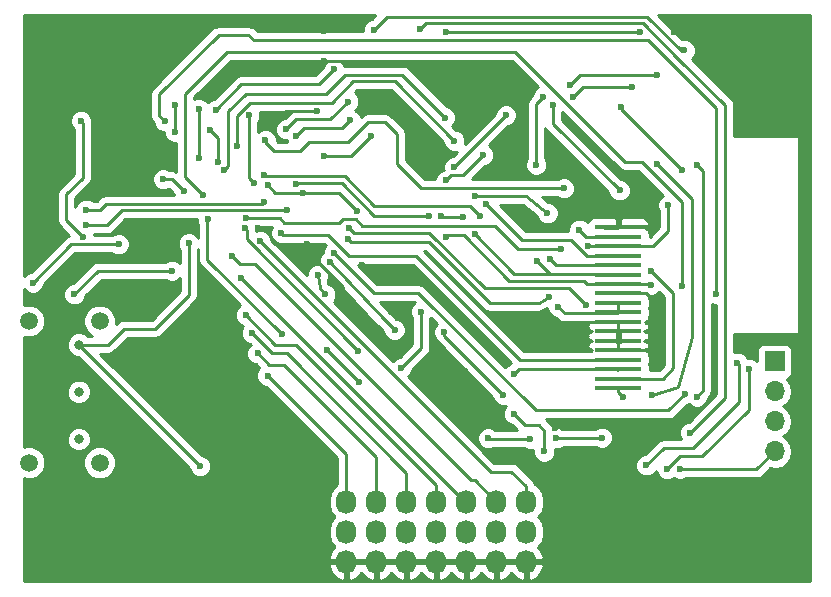
<source format=gbr>
G04 #@! TF.FileFunction,Copper,L2,Bot,Signal*
%FSLAX46Y46*%
G04 Gerber Fmt 4.6, Leading zero omitted, Abs format (unit mm)*
G04 Created by KiCad (PCBNEW 4.0.2-stable) date 9/8/2017 3:08:38 PM*
%MOMM*%
G01*
G04 APERTURE LIST*
%ADD10C,0.100000*%
%ADD11R,4.000000X0.400000*%
%ADD12O,1.727200X2.032000*%
%ADD13C,1.500000*%
%ADD14C,0.800000*%
%ADD15R,1.700000X1.700000*%
%ADD16O,1.700000X1.700000*%
%ADD17C,0.600000*%
%ADD18C,0.250000*%
%ADD19C,0.254000*%
G04 APERTURE END LIST*
D10*
D11*
X156150000Y-67775000D03*
X156150000Y-68575000D03*
X156150000Y-69375000D03*
X156150000Y-70175000D03*
X156150000Y-70975000D03*
X156150000Y-71775000D03*
X156150000Y-72575000D03*
X156150000Y-73375000D03*
X156150000Y-74175000D03*
X156150000Y-74975000D03*
X156150000Y-75775000D03*
X156150000Y-76575000D03*
X156150000Y-77375000D03*
X156150000Y-78175000D03*
X156150000Y-78975000D03*
X156150000Y-79775000D03*
X156150000Y-80575000D03*
X156150000Y-81375000D03*
D12*
X133110000Y-96070000D03*
X135650000Y-96070000D03*
X138190000Y-96070000D03*
X140730000Y-96070000D03*
X143270000Y-96070000D03*
X145810000Y-96070000D03*
X148350000Y-96070000D03*
X148350000Y-93530000D03*
X145810000Y-93530000D03*
X143270000Y-93530000D03*
X140730000Y-93530000D03*
X138190000Y-93530000D03*
X135650000Y-93530000D03*
X133110000Y-93530000D03*
X133110000Y-90990000D03*
X135650000Y-90990000D03*
X138190000Y-90990000D03*
X140730000Y-90990000D03*
X143270000Y-90990000D03*
X145810000Y-90990000D03*
X148350000Y-90990000D03*
D13*
X106225000Y-75700000D03*
X106225000Y-87700000D03*
X112225000Y-87700000D03*
X112225000Y-75700000D03*
D14*
X110475000Y-85700000D03*
X110475000Y-81700000D03*
X110475000Y-77700000D03*
D15*
X169375000Y-79125000D03*
D16*
X169375000Y-81665000D03*
X169375000Y-84205000D03*
X169375000Y-86745000D03*
D17*
X131250000Y-53700000D03*
X138775000Y-61125000D03*
X165400000Y-55525000D03*
X154650000Y-90325000D03*
X149000000Y-75275000D03*
X130650000Y-57925000D03*
X126850000Y-59075000D03*
X145575000Y-55125000D03*
X140325000Y-63325000D03*
X144125000Y-56475000D03*
X131250000Y-51175000D03*
X143225000Y-76025000D03*
X138250000Y-77150000D03*
X135350000Y-76500000D03*
X134450000Y-70925000D03*
X138975000Y-71800000D03*
X129825000Y-69175000D03*
X132800000Y-73650000D03*
X125650000Y-67800000D03*
X143175000Y-79975000D03*
X160900000Y-51200000D03*
X157975000Y-51200000D03*
X141575000Y-51275000D03*
X150800000Y-84775000D03*
X116425000Y-58325000D03*
X114925000Y-61375000D03*
X121725000Y-82700000D03*
X126000000Y-88850000D03*
X125825000Y-94400000D03*
X122075000Y-94475000D03*
X109024000Y-71424000D03*
X114612000Y-77520000D03*
X117914000Y-73964000D03*
X120962000Y-75996000D03*
X116000000Y-67800000D03*
X113700000Y-73500000D03*
X145500000Y-86700000D03*
X134025000Y-66400000D03*
X151050000Y-74500000D03*
X152850000Y-67975000D03*
X110650000Y-58750000D03*
X110825000Y-68550000D03*
X147300000Y-83575000D03*
X149875000Y-86750000D03*
X120650000Y-57750000D03*
X120650000Y-61900000D03*
X131450000Y-78125000D03*
X134200000Y-80875000D03*
X137200000Y-76450000D03*
X131700000Y-70675000D03*
X129475000Y-64850000D03*
X126475000Y-64225000D03*
X117600000Y-63700000D03*
X119350000Y-64700000D03*
X120750000Y-88000000D03*
X119775000Y-69125000D03*
X135250000Y-60000000D03*
X131250000Y-61750000D03*
X133450000Y-58700000D03*
X128900000Y-60000000D03*
X113850000Y-69200000D03*
X106600000Y-72450000D03*
X111056000Y-67614000D03*
X128074000Y-66344000D03*
X111100000Y-66275000D03*
X126175000Y-65650000D03*
X131350000Y-73450000D03*
X130725000Y-71775000D03*
X158900000Y-72650000D03*
X141550000Y-68575000D03*
X134125000Y-78225000D03*
X124550000Y-67825000D03*
X157325000Y-55900000D03*
X152325000Y-56750000D03*
X150600000Y-57450000D03*
X156250000Y-64650000D03*
X159400000Y-54875000D03*
X152050000Y-55750000D03*
X149775000Y-56725000D03*
X149200000Y-62475000D03*
X149275000Y-70600000D03*
X143975000Y-68375000D03*
X143000000Y-66900000D03*
X141125000Y-66800000D03*
X139475000Y-74900000D03*
X137775000Y-79675000D03*
X127675000Y-76825000D03*
X121375000Y-67100000D03*
X156350000Y-57625000D03*
X161500000Y-62925000D03*
X160375000Y-65900000D03*
X124650000Y-67025000D03*
X153600000Y-69350000D03*
X151300000Y-69575000D03*
X124900000Y-58300000D03*
X125325000Y-64050000D03*
X153375000Y-74325000D03*
X133325000Y-67800000D03*
X133250000Y-68750000D03*
X150250000Y-73675000D03*
X132050000Y-69950000D03*
X161800000Y-81850000D03*
X162800000Y-82100000D03*
X162850000Y-62525000D03*
X161375000Y-88225000D03*
X159000000Y-81950000D03*
X159400000Y-62450000D03*
X125850000Y-68950000D03*
X123400000Y-70175000D03*
X124175000Y-72025000D03*
X124600000Y-75200000D03*
X125100000Y-76700000D03*
X125600000Y-78450000D03*
X126450000Y-80325000D03*
X146650000Y-58275000D03*
X142275000Y-62675000D03*
X141425000Y-76650000D03*
X146425000Y-81975000D03*
X118350000Y-71450000D03*
X110100000Y-73450000D03*
X139400000Y-50950000D03*
X133275000Y-57125000D03*
X128050000Y-59475000D03*
X162250000Y-85150000D03*
X164400000Y-73425000D03*
X117750000Y-58800000D03*
X121550000Y-59525000D03*
X122225000Y-62275000D03*
X160275000Y-88250000D03*
X167250000Y-79775000D03*
X158525000Y-87925000D03*
X166225000Y-79225000D03*
X161525000Y-72750000D03*
X121025000Y-65025000D03*
X118600000Y-59700000D03*
X118600000Y-57450000D03*
X147300000Y-80200000D03*
X144400000Y-66800000D03*
X126175000Y-63325000D03*
X126275000Y-60400000D03*
X158950000Y-71475000D03*
X151550000Y-64475000D03*
X144975000Y-65825000D03*
X142275000Y-60450000D03*
X123825000Y-60925000D03*
X150400000Y-70475000D03*
X122800000Y-62900000D03*
X141475000Y-58475000D03*
X144050000Y-65125000D03*
X150150000Y-66575000D03*
X127625000Y-68250000D03*
X145125000Y-85625000D03*
X148700000Y-85675000D03*
X150900000Y-85625000D03*
X154750000Y-85575000D03*
X156525000Y-82125000D03*
X128875000Y-64125000D03*
X140125000Y-66775000D03*
X141575000Y-63800000D03*
X144725000Y-61650000D03*
X161750000Y-52800000D03*
X135450000Y-51050000D03*
X132075000Y-54400000D03*
X122075000Y-57825000D03*
D18*
X132825000Y-53700000D02*
X131250000Y-53700000D01*
X165400000Y-55525000D02*
X165375000Y-55525000D01*
X156150000Y-73375000D02*
X158500000Y-73375000D01*
X158500000Y-73375000D02*
X159075000Y-73950000D01*
X156150000Y-75775000D02*
X150850000Y-75775000D01*
X150350000Y-75275000D02*
X149000000Y-75275000D01*
X150850000Y-75775000D02*
X150350000Y-75275000D01*
X156150000Y-77375000D02*
X156150000Y-78175000D01*
X156150000Y-75775000D02*
X156150000Y-76575000D01*
X128000000Y-57925000D02*
X130650000Y-57925000D01*
X126850000Y-59075000D02*
X128000000Y-57925000D01*
X131250000Y-51175000D02*
X131225000Y-51175000D01*
X156150000Y-78175000D02*
X159050000Y-78175000D01*
X156150000Y-67775000D02*
X156150000Y-66675000D01*
X154900000Y-67850000D02*
X156100000Y-67850000D01*
X135425000Y-71800000D02*
X138975000Y-71800000D01*
X134550000Y-70925000D02*
X135425000Y-71800000D01*
X134450000Y-70925000D02*
X134550000Y-70925000D01*
X129825000Y-69175000D02*
X130025000Y-69175000D01*
X132800000Y-72800000D02*
X132800000Y-73650000D01*
X130800000Y-70800000D02*
X132800000Y-72800000D01*
X130800000Y-69950000D02*
X130800000Y-70800000D01*
X130025000Y-69175000D02*
X130800000Y-69950000D01*
X141650000Y-51200000D02*
X157975000Y-51200000D01*
X141575000Y-51275000D02*
X141650000Y-51200000D01*
X116425000Y-59875000D02*
X116425000Y-58325000D01*
X114925000Y-61375000D02*
X116425000Y-59875000D01*
X129475000Y-64850000D02*
X132475000Y-64850000D01*
X132475000Y-64850000D02*
X134025000Y-66400000D01*
X156150000Y-74175000D02*
X156150000Y-74975000D01*
X156150000Y-74975000D02*
X156075000Y-75050000D01*
X156075000Y-75050000D02*
X151600000Y-75050000D01*
X151600000Y-75050000D02*
X151050000Y-74500000D01*
X156150000Y-68575000D02*
X153450000Y-68575000D01*
X153450000Y-68575000D02*
X152850000Y-67975000D01*
X110650000Y-58750000D02*
X110800000Y-58900000D01*
X110800000Y-58900000D02*
X110800000Y-63600000D01*
X110800000Y-63600000D02*
X109425000Y-64975000D01*
X109425000Y-64975000D02*
X109425000Y-67150000D01*
X109425000Y-67150000D02*
X110825000Y-68550000D01*
X147300000Y-83575000D02*
X148250000Y-84525000D01*
X148250000Y-84525000D02*
X149425000Y-84525000D01*
X149425000Y-84525000D02*
X149875000Y-84975000D01*
X149875000Y-84975000D02*
X149875000Y-86750000D01*
X120650000Y-61900000D02*
X120650000Y-57750000D01*
X131450000Y-78125000D02*
X134200000Y-80875000D01*
X136325000Y-75575000D02*
X137200000Y-76450000D01*
X136300000Y-75575000D02*
X136325000Y-75575000D01*
X131700000Y-70675000D02*
X136300000Y-75575000D01*
X127100000Y-64850000D02*
X129475000Y-64850000D01*
X126475000Y-64225000D02*
X127100000Y-64850000D01*
X118350000Y-63700000D02*
X117600000Y-63700000D01*
X119350000Y-64700000D02*
X118350000Y-63700000D01*
X110475000Y-77700000D02*
X110475000Y-77725000D01*
X110475000Y-77725000D02*
X120750000Y-88000000D01*
X112950000Y-77700000D02*
X110475000Y-77700000D01*
X114300000Y-76350000D02*
X112950000Y-77700000D01*
X116950000Y-76350000D02*
X114300000Y-76350000D01*
X119800000Y-73500000D02*
X116950000Y-76350000D01*
X119800000Y-69150000D02*
X119800000Y-73500000D01*
X119775000Y-69125000D02*
X119800000Y-69150000D01*
X133500000Y-61750000D02*
X131250000Y-61750000D01*
X133500000Y-61750000D02*
X135250000Y-60000000D01*
X132775000Y-59375000D02*
X133450000Y-58700000D01*
X129525000Y-59375000D02*
X132775000Y-59375000D01*
X128900000Y-60000000D02*
X129525000Y-59375000D01*
X109850000Y-69200000D02*
X113850000Y-69200000D01*
X106600000Y-72450000D02*
X109850000Y-69200000D01*
X112834000Y-67614000D02*
X111056000Y-67614000D01*
X114104000Y-66344000D02*
X112834000Y-67614000D01*
X128074000Y-66344000D02*
X114104000Y-66344000D01*
X112300000Y-66275000D02*
X111100000Y-66275000D01*
X112750000Y-65825000D02*
X112300000Y-66275000D01*
X126000000Y-65825000D02*
X112750000Y-65825000D01*
X126175000Y-65650000D02*
X126000000Y-65825000D01*
X131350000Y-73450000D02*
X130850000Y-72950000D01*
X130850000Y-72950000D02*
X130725000Y-71775000D01*
X156150000Y-72575000D02*
X158825000Y-72575000D01*
X158825000Y-72575000D02*
X158900000Y-72650000D01*
X153525000Y-72575000D02*
X156150000Y-72575000D01*
X153275000Y-72325000D02*
X153525000Y-72575000D01*
X146925000Y-72325000D02*
X153275000Y-72325000D01*
X143050000Y-68450000D02*
X146925000Y-72325000D01*
X141675000Y-68450000D02*
X143050000Y-68450000D01*
X141550000Y-68575000D02*
X141675000Y-68450000D01*
X124700000Y-68800000D02*
X134125000Y-78225000D01*
X124700000Y-67975000D02*
X124700000Y-68800000D01*
X124550000Y-67825000D02*
X124700000Y-67975000D01*
X153175000Y-55900000D02*
X157325000Y-55900000D01*
X152325000Y-56750000D02*
X153175000Y-55900000D01*
X150600000Y-59000000D02*
X150600000Y-57450000D01*
X156250000Y-64650000D02*
X150600000Y-59000000D01*
X152925000Y-54875000D02*
X159400000Y-54875000D01*
X152050000Y-55750000D02*
X152925000Y-54875000D01*
X149175000Y-57325000D02*
X149775000Y-56725000D01*
X149175000Y-62450000D02*
X149175000Y-57325000D01*
X149200000Y-62475000D02*
X149175000Y-62450000D01*
X150375000Y-71700000D02*
X149275000Y-70600000D01*
X151000000Y-71700000D02*
X150375000Y-71700000D01*
X147300000Y-71700000D02*
X149775000Y-71700000D01*
X149775000Y-71700000D02*
X150650000Y-71700000D01*
X150650000Y-71700000D02*
X150725000Y-71700000D01*
X150725000Y-71700000D02*
X151000000Y-71700000D01*
X143975000Y-68375000D02*
X147300000Y-71700000D01*
X141225000Y-66900000D02*
X143000000Y-66900000D01*
X141125000Y-66800000D02*
X141225000Y-66900000D01*
X139475000Y-77975000D02*
X139475000Y-74900000D01*
X137775000Y-79675000D02*
X139475000Y-77975000D01*
X121350000Y-70500000D02*
X127675000Y-76825000D01*
X121350000Y-67125000D02*
X121350000Y-70500000D01*
X121375000Y-67100000D02*
X121350000Y-67125000D01*
X151000000Y-71700000D02*
X156075000Y-71700000D01*
X156075000Y-71700000D02*
X156150000Y-71775000D01*
X156350000Y-57775000D02*
X156350000Y-57625000D01*
X161500000Y-62925000D02*
X156350000Y-57775000D01*
X160375000Y-68050000D02*
X160375000Y-65900000D01*
X159050000Y-69375000D02*
X160375000Y-68050000D01*
X156150000Y-69375000D02*
X159050000Y-69375000D01*
X141675000Y-67650000D02*
X145750000Y-67650000D01*
X124650000Y-67025000D02*
X127500000Y-67025000D01*
X127500000Y-67025000D02*
X127850000Y-67375000D01*
X127850000Y-67375000D02*
X132525000Y-67375000D01*
X132525000Y-67375000D02*
X132825000Y-67075000D01*
X132825000Y-67075000D02*
X133900000Y-67075000D01*
X133900000Y-67075000D02*
X134475000Y-67650000D01*
X134475000Y-67650000D02*
X141675000Y-67650000D01*
X153625000Y-69375000D02*
X156150000Y-69375000D01*
X153600000Y-69350000D02*
X153625000Y-69375000D01*
X147675000Y-69575000D02*
X151300000Y-69575000D01*
X145750000Y-67650000D02*
X147675000Y-69575000D01*
X124900000Y-63625000D02*
X124900000Y-58300000D01*
X125325000Y-64050000D02*
X124900000Y-63625000D01*
X153375000Y-74325000D02*
X151950000Y-72900000D01*
X151950000Y-72900000D02*
X144825000Y-72900000D01*
X144825000Y-72900000D02*
X140150000Y-68225000D01*
X140150000Y-68225000D02*
X133750000Y-68225000D01*
X133750000Y-68225000D02*
X133325000Y-67800000D01*
X133500000Y-69000000D02*
X133250000Y-68750000D01*
X140100000Y-69000000D02*
X133500000Y-69000000D01*
X145250000Y-74150000D02*
X140100000Y-69000000D01*
X149400000Y-74150000D02*
X145250000Y-74150000D01*
X150250000Y-73675000D02*
X149400000Y-74150000D01*
X135425000Y-73325000D02*
X132050000Y-69950000D01*
X139225000Y-73325000D02*
X135425000Y-73325000D01*
X149175000Y-83275000D02*
X139225000Y-73325000D01*
X160375000Y-83275000D02*
X149175000Y-83275000D01*
X161800000Y-81850000D02*
X160375000Y-83275000D01*
X163325000Y-81575000D02*
X162800000Y-82100000D01*
X163325000Y-63000000D02*
X163325000Y-81575000D01*
X162850000Y-62525000D02*
X163325000Y-63000000D01*
X167845000Y-88275000D02*
X169375000Y-86745000D01*
X161425000Y-88275000D02*
X167845000Y-88275000D01*
X161375000Y-88225000D02*
X161425000Y-88275000D01*
X161200000Y-81250000D02*
X159000000Y-81950000D01*
X162350000Y-77075000D02*
X161200000Y-81250000D01*
X162350000Y-65400000D02*
X162350000Y-77075000D01*
X159400000Y-62450000D02*
X162350000Y-65400000D01*
X148350000Y-89700000D02*
X148350000Y-90990000D01*
X147100000Y-88450000D02*
X148350000Y-89700000D01*
X145350000Y-88450000D02*
X147100000Y-88450000D01*
X125850000Y-68950000D02*
X145350000Y-88450000D01*
X143995000Y-89175000D02*
X145810000Y-90990000D01*
X143675000Y-89175000D02*
X143995000Y-89175000D01*
X125400000Y-70900000D02*
X143675000Y-89175000D01*
X124125000Y-70900000D02*
X125400000Y-70900000D01*
X123400000Y-70175000D02*
X124125000Y-70900000D01*
X145810000Y-90160000D02*
X145810000Y-90990000D01*
X124175000Y-72025000D02*
X143140000Y-90990000D01*
X143140000Y-90990000D02*
X143270000Y-90990000D01*
X140730000Y-89580000D02*
X140730000Y-90990000D01*
X128850000Y-77700000D02*
X140730000Y-89580000D01*
X127100000Y-77700000D02*
X128850000Y-77700000D01*
X124600000Y-75200000D02*
X127100000Y-77700000D01*
X138190000Y-88540000D02*
X138190000Y-90990000D01*
X128100000Y-78450000D02*
X138190000Y-88540000D01*
X126850000Y-78450000D02*
X128100000Y-78450000D01*
X125100000Y-76700000D02*
X126850000Y-78450000D01*
X135650000Y-87250000D02*
X135650000Y-90990000D01*
X127850000Y-79450000D02*
X135650000Y-87250000D01*
X126600000Y-79450000D02*
X127850000Y-79450000D01*
X125600000Y-78450000D02*
X126600000Y-79450000D01*
X133110000Y-86985000D02*
X133110000Y-90990000D01*
X126450000Y-80325000D02*
X133110000Y-86985000D01*
X146650000Y-58300000D02*
X146650000Y-58275000D01*
X142275000Y-62675000D02*
X146650000Y-58300000D01*
X141425000Y-76975000D02*
X141425000Y-76650000D01*
X146425000Y-81975000D02*
X141425000Y-76975000D01*
X112100000Y-71450000D02*
X118350000Y-71450000D01*
X110100000Y-73450000D02*
X112100000Y-71450000D01*
X158225000Y-50475000D02*
X161237500Y-53487500D01*
X161237500Y-53487500D02*
X165200000Y-57450000D01*
X139875000Y-50475000D02*
X158225000Y-50475000D01*
X139400000Y-50950000D02*
X139875000Y-50475000D01*
X131775000Y-58625000D02*
X133275000Y-57125000D01*
X128900000Y-58625000D02*
X131775000Y-58625000D01*
X128050000Y-59475000D02*
X128900000Y-58625000D01*
X165200000Y-57450000D02*
X165200000Y-82200000D01*
X165200000Y-82200000D02*
X162250000Y-85150000D01*
X164400000Y-57675000D02*
X164400000Y-73425000D01*
X158675000Y-51950000D02*
X164400000Y-57675000D01*
X125300000Y-51950000D02*
X158675000Y-51950000D01*
X124825000Y-51475000D02*
X125300000Y-51950000D01*
X122325000Y-51475000D02*
X124825000Y-51475000D01*
X117275000Y-56525000D02*
X122325000Y-51475000D01*
X117275000Y-58325000D02*
X117275000Y-56525000D01*
X117750000Y-58800000D02*
X117275000Y-58325000D01*
X122275000Y-60250000D02*
X121550000Y-59525000D01*
X122275000Y-62225000D02*
X122275000Y-60250000D01*
X122225000Y-62275000D02*
X122275000Y-62225000D01*
X161350000Y-87175000D02*
X160275000Y-88250000D01*
X163250000Y-87175000D02*
X161350000Y-87175000D01*
X167175000Y-83250000D02*
X163250000Y-87175000D01*
X167175000Y-79850000D02*
X167175000Y-83250000D01*
X167250000Y-79775000D02*
X167175000Y-79850000D01*
X160000000Y-86450000D02*
X158525000Y-87925000D01*
X162450000Y-86450000D02*
X160000000Y-86450000D01*
X166350000Y-82550000D02*
X162450000Y-86450000D01*
X166350000Y-79350000D02*
X166350000Y-82550000D01*
X166225000Y-79225000D02*
X166350000Y-79350000D01*
X161525000Y-65625000D02*
X161525000Y-72750000D01*
X158150000Y-62250000D02*
X161525000Y-65625000D01*
X156750000Y-62250000D02*
X158150000Y-62250000D01*
X147425000Y-52925000D02*
X156750000Y-62250000D01*
X123025000Y-52925000D02*
X147425000Y-52925000D01*
X119500000Y-56450000D02*
X123025000Y-52925000D01*
X119500000Y-63500000D02*
X119500000Y-56450000D01*
X121025000Y-65025000D02*
X119500000Y-63500000D01*
X118600000Y-59700000D02*
X118600000Y-57450000D01*
X147725000Y-79775000D02*
X156150000Y-79775000D01*
X147300000Y-80200000D02*
X147725000Y-79775000D01*
X143550000Y-65950000D02*
X144400000Y-66800000D01*
X135475000Y-65950000D02*
X143550000Y-65950000D01*
X132975000Y-63450000D02*
X135475000Y-65950000D01*
X126300000Y-63450000D02*
X132975000Y-63450000D01*
X126175000Y-63325000D02*
X126300000Y-63450000D01*
X156025000Y-79775000D02*
X156100000Y-79850000D01*
X126250000Y-60425000D02*
X126275000Y-60400000D01*
X126250000Y-60550000D02*
X126250000Y-60425000D01*
X159900000Y-80575000D02*
X160750000Y-79725000D01*
X160750000Y-79725000D02*
X160750000Y-73325000D01*
X160750000Y-73325000D02*
X158950000Y-71475000D01*
X151550000Y-64475000D02*
X151525000Y-64450000D01*
X151525000Y-64450000D02*
X139475000Y-64475000D01*
X139475000Y-64475000D02*
X137400000Y-62400000D01*
X137400000Y-62400000D02*
X137400000Y-59850000D01*
X137400000Y-59850000D02*
X136400000Y-58850000D01*
X136400000Y-58850000D02*
X134950000Y-58850000D01*
X134950000Y-58850000D02*
X133225000Y-60575000D01*
X133225000Y-60575000D02*
X129925000Y-60575000D01*
X129925000Y-60575000D02*
X129200000Y-61300000D01*
X129200000Y-61300000D02*
X127000000Y-61300000D01*
X127000000Y-61300000D02*
X126250000Y-60550000D01*
X156150000Y-80575000D02*
X159900000Y-80575000D01*
X153475000Y-70175000D02*
X156150000Y-70175000D01*
X152175000Y-68875000D02*
X153475000Y-70175000D01*
X148025000Y-68875000D02*
X152175000Y-68875000D01*
X144975000Y-65825000D02*
X148025000Y-68875000D01*
X137250000Y-55425000D02*
X142275000Y-60450000D01*
X133675000Y-55425000D02*
X137250000Y-55425000D01*
X131875000Y-57225000D02*
X133675000Y-55425000D01*
X124975000Y-57225000D02*
X131875000Y-57225000D01*
X123850000Y-58350000D02*
X124975000Y-57225000D01*
X123850000Y-59975000D02*
X123850000Y-58350000D01*
X123825000Y-60925000D02*
X123850000Y-59975000D01*
X156150000Y-70975000D02*
X150900000Y-70975000D01*
X123125000Y-62575000D02*
X122800000Y-62900000D01*
X123125000Y-57925000D02*
X123125000Y-62575000D01*
X124600000Y-56450000D02*
X123125000Y-57925000D01*
X131425000Y-56450000D02*
X124600000Y-56450000D01*
X133025000Y-54850000D02*
X131425000Y-56450000D01*
X137850000Y-54850000D02*
X133025000Y-54850000D01*
X141475000Y-58475000D02*
X137850000Y-54850000D01*
X148350000Y-65125000D02*
X144050000Y-65125000D01*
X150150000Y-66575000D02*
X148350000Y-65125000D01*
X150900000Y-70975000D02*
X150400000Y-70475000D01*
X147850000Y-78975000D02*
X156150000Y-78975000D01*
X139050000Y-70175000D02*
X147850000Y-78975000D01*
X133325000Y-70175000D02*
X139050000Y-70175000D01*
X131575000Y-68425000D02*
X133325000Y-70175000D01*
X127800000Y-68425000D02*
X131575000Y-68425000D01*
X127625000Y-68250000D02*
X127800000Y-68425000D01*
X145125000Y-85625000D02*
X145175000Y-85675000D01*
X145175000Y-85675000D02*
X148700000Y-85675000D01*
X150900000Y-85625000D02*
X150950000Y-85575000D01*
X150950000Y-85575000D02*
X154750000Y-85575000D01*
X156525000Y-82125000D02*
X156150000Y-81750000D01*
X156150000Y-81750000D02*
X156150000Y-81375000D01*
X128875000Y-64125000D02*
X128950000Y-64050000D01*
X128950000Y-64050000D02*
X132725000Y-64050000D01*
X132725000Y-64050000D02*
X135450000Y-66775000D01*
X135450000Y-66775000D02*
X140125000Y-66775000D01*
X141575000Y-63800000D02*
X142025000Y-63350000D01*
X142025000Y-63350000D02*
X143025000Y-63350000D01*
X143025000Y-63350000D02*
X144725000Y-61650000D01*
X161425000Y-52800000D02*
X161750000Y-52800000D01*
X158600000Y-49975000D02*
X161425000Y-52800000D01*
X136525000Y-49975000D02*
X158600000Y-49975000D01*
X135450000Y-51050000D02*
X136525000Y-49975000D01*
X130800000Y-55675000D02*
X132075000Y-54400000D01*
X124225000Y-55675000D02*
X130800000Y-55675000D01*
X122075000Y-57825000D02*
X124225000Y-55675000D01*
D19*
G36*
X172390000Y-97740000D02*
X105810000Y-97740000D01*
X105810000Y-96431913D01*
X131624816Y-96431913D01*
X131818046Y-96984320D01*
X132207964Y-97420732D01*
X132735209Y-97674709D01*
X132750974Y-97677358D01*
X132983000Y-97556217D01*
X132983000Y-96197000D01*
X133237000Y-96197000D01*
X133237000Y-97556217D01*
X133469026Y-97677358D01*
X133484791Y-97674709D01*
X134012036Y-97420732D01*
X134380000Y-97008892D01*
X134747964Y-97420732D01*
X135275209Y-97674709D01*
X135290974Y-97677358D01*
X135523000Y-97556217D01*
X135523000Y-96197000D01*
X135777000Y-96197000D01*
X135777000Y-97556217D01*
X136009026Y-97677358D01*
X136024791Y-97674709D01*
X136552036Y-97420732D01*
X136920000Y-97008892D01*
X137287964Y-97420732D01*
X137815209Y-97674709D01*
X137830974Y-97677358D01*
X138063000Y-97556217D01*
X138063000Y-96197000D01*
X138317000Y-96197000D01*
X138317000Y-97556217D01*
X138549026Y-97677358D01*
X138564791Y-97674709D01*
X139092036Y-97420732D01*
X139460000Y-97008892D01*
X139827964Y-97420732D01*
X140355209Y-97674709D01*
X140370974Y-97677358D01*
X140603000Y-97556217D01*
X140603000Y-96197000D01*
X140857000Y-96197000D01*
X140857000Y-97556217D01*
X141089026Y-97677358D01*
X141104791Y-97674709D01*
X141632036Y-97420732D01*
X142000000Y-97008892D01*
X142367964Y-97420732D01*
X142895209Y-97674709D01*
X142910974Y-97677358D01*
X143143000Y-97556217D01*
X143143000Y-96197000D01*
X143397000Y-96197000D01*
X143397000Y-97556217D01*
X143629026Y-97677358D01*
X143644791Y-97674709D01*
X144172036Y-97420732D01*
X144540000Y-97008892D01*
X144907964Y-97420732D01*
X145435209Y-97674709D01*
X145450974Y-97677358D01*
X145683000Y-97556217D01*
X145683000Y-96197000D01*
X145937000Y-96197000D01*
X145937000Y-97556217D01*
X146169026Y-97677358D01*
X146184791Y-97674709D01*
X146712036Y-97420732D01*
X147080000Y-97008892D01*
X147447964Y-97420732D01*
X147975209Y-97674709D01*
X147990974Y-97677358D01*
X148223000Y-97556217D01*
X148223000Y-96197000D01*
X148477000Y-96197000D01*
X148477000Y-97556217D01*
X148709026Y-97677358D01*
X148724791Y-97674709D01*
X149252036Y-97420732D01*
X149641954Y-96984320D01*
X149835184Y-96431913D01*
X149690924Y-96197000D01*
X148477000Y-96197000D01*
X148223000Y-96197000D01*
X145937000Y-96197000D01*
X145683000Y-96197000D01*
X143397000Y-96197000D01*
X143143000Y-96197000D01*
X140857000Y-96197000D01*
X140603000Y-96197000D01*
X138317000Y-96197000D01*
X138063000Y-96197000D01*
X135777000Y-96197000D01*
X135523000Y-96197000D01*
X133237000Y-96197000D01*
X132983000Y-96197000D01*
X131769076Y-96197000D01*
X131624816Y-96431913D01*
X105810000Y-96431913D01*
X105810000Y-89027333D01*
X105948298Y-89084759D01*
X106499285Y-89085240D01*
X107008515Y-88874831D01*
X107398461Y-88485564D01*
X107609759Y-87976702D01*
X107609761Y-87974285D01*
X110839760Y-87974285D01*
X111050169Y-88483515D01*
X111439436Y-88873461D01*
X111948298Y-89084759D01*
X112499285Y-89085240D01*
X113008515Y-88874831D01*
X113398461Y-88485564D01*
X113609759Y-87976702D01*
X113610240Y-87425715D01*
X113399831Y-86916485D01*
X113010564Y-86526539D01*
X112501702Y-86315241D01*
X111950715Y-86314760D01*
X111441485Y-86525169D01*
X111051539Y-86914436D01*
X110840241Y-87423298D01*
X110839760Y-87974285D01*
X107609761Y-87974285D01*
X107610240Y-87425715D01*
X107399831Y-86916485D01*
X107010564Y-86526539D01*
X106501702Y-86315241D01*
X105950715Y-86314760D01*
X105810000Y-86372902D01*
X105810000Y-85904971D01*
X109439821Y-85904971D01*
X109597058Y-86285515D01*
X109887954Y-86576919D01*
X110268223Y-86734820D01*
X110679971Y-86735179D01*
X111060515Y-86577942D01*
X111351919Y-86287046D01*
X111509820Y-85906777D01*
X111510179Y-85495029D01*
X111352942Y-85114485D01*
X111062046Y-84823081D01*
X110681777Y-84665180D01*
X110270029Y-84664821D01*
X109889485Y-84822058D01*
X109598081Y-85112954D01*
X109440180Y-85493223D01*
X109439821Y-85904971D01*
X105810000Y-85904971D01*
X105810000Y-81904971D01*
X109439821Y-81904971D01*
X109597058Y-82285515D01*
X109887954Y-82576919D01*
X110268223Y-82734820D01*
X110679971Y-82735179D01*
X111060515Y-82577942D01*
X111351919Y-82287046D01*
X111509820Y-81906777D01*
X111510179Y-81495029D01*
X111352942Y-81114485D01*
X111062046Y-80823081D01*
X110681777Y-80665180D01*
X110270029Y-80664821D01*
X109889485Y-80822058D01*
X109598081Y-81112954D01*
X109440180Y-81493223D01*
X109439821Y-81904971D01*
X105810000Y-81904971D01*
X105810000Y-77027333D01*
X105948298Y-77084759D01*
X106499285Y-77085240D01*
X107008515Y-76874831D01*
X107398461Y-76485564D01*
X107609759Y-75976702D01*
X107610240Y-75425715D01*
X107399831Y-74916485D01*
X107010564Y-74526539D01*
X106501702Y-74315241D01*
X105950715Y-74314760D01*
X105810000Y-74372902D01*
X105810000Y-72982065D01*
X106069673Y-73242192D01*
X106413201Y-73384838D01*
X106785167Y-73385162D01*
X107128943Y-73243117D01*
X107392192Y-72980327D01*
X107534838Y-72636799D01*
X107534879Y-72589923D01*
X110164802Y-69960000D01*
X113287537Y-69960000D01*
X113319673Y-69992192D01*
X113663201Y-70134838D01*
X114035167Y-70135162D01*
X114378943Y-69993117D01*
X114642192Y-69730327D01*
X114784838Y-69386799D01*
X114785162Y-69014833D01*
X114643117Y-68671057D01*
X114380327Y-68407808D01*
X114036799Y-68265162D01*
X113664833Y-68264838D01*
X113321057Y-68406883D01*
X113287882Y-68440000D01*
X111760097Y-68440000D01*
X111760154Y-68374000D01*
X112834000Y-68374000D01*
X113124839Y-68316148D01*
X113371401Y-68151401D01*
X114418802Y-67104000D01*
X120439996Y-67104000D01*
X120439838Y-67285167D01*
X120581883Y-67628943D01*
X120590000Y-67637074D01*
X120590000Y-68649018D01*
X120568117Y-68596057D01*
X120305327Y-68332808D01*
X119961799Y-68190162D01*
X119589833Y-68189838D01*
X119246057Y-68331883D01*
X118982808Y-68594673D01*
X118840162Y-68938201D01*
X118839838Y-69310167D01*
X118981883Y-69653943D01*
X119040000Y-69712162D01*
X119040000Y-70817760D01*
X118880327Y-70657808D01*
X118536799Y-70515162D01*
X118164833Y-70514838D01*
X117821057Y-70656883D01*
X117787882Y-70690000D01*
X112100000Y-70690000D01*
X111809161Y-70747852D01*
X111562599Y-70912599D01*
X109960320Y-72514878D01*
X109914833Y-72514838D01*
X109571057Y-72656883D01*
X109307808Y-72919673D01*
X109165162Y-73263201D01*
X109164838Y-73635167D01*
X109306883Y-73978943D01*
X109569673Y-74242192D01*
X109913201Y-74384838D01*
X110285167Y-74385162D01*
X110628943Y-74243117D01*
X110892192Y-73980327D01*
X111034838Y-73636799D01*
X111034879Y-73589923D01*
X112414802Y-72210000D01*
X117787537Y-72210000D01*
X117819673Y-72242192D01*
X118163201Y-72384838D01*
X118535167Y-72385162D01*
X118878943Y-72243117D01*
X119040000Y-72082341D01*
X119040000Y-73185198D01*
X116635198Y-75590000D01*
X114300000Y-75590000D01*
X114009160Y-75647852D01*
X113762599Y-75812599D01*
X113609769Y-75965429D01*
X113610240Y-75425715D01*
X113399831Y-74916485D01*
X113010564Y-74526539D01*
X112501702Y-74315241D01*
X111950715Y-74314760D01*
X111441485Y-74525169D01*
X111051539Y-74914436D01*
X110840241Y-75423298D01*
X110839760Y-75974285D01*
X111050169Y-76483515D01*
X111439436Y-76873461D01*
X111599680Y-76940000D01*
X111178761Y-76940000D01*
X111062046Y-76823081D01*
X110681777Y-76665180D01*
X110270029Y-76664821D01*
X109889485Y-76822058D01*
X109598081Y-77112954D01*
X109440180Y-77493223D01*
X109439821Y-77904971D01*
X109597058Y-78285515D01*
X109887954Y-78576919D01*
X110268223Y-78734820D01*
X110410142Y-78734944D01*
X119814878Y-88139680D01*
X119814838Y-88185167D01*
X119956883Y-88528943D01*
X120219673Y-88792192D01*
X120563201Y-88934838D01*
X120935167Y-88935162D01*
X121278943Y-88793117D01*
X121542192Y-88530327D01*
X121684838Y-88186799D01*
X121685162Y-87814833D01*
X121543117Y-87471057D01*
X121280327Y-87207808D01*
X120936799Y-87065162D01*
X120889923Y-87065121D01*
X112284802Y-78460000D01*
X112950000Y-78460000D01*
X113240839Y-78402148D01*
X113487401Y-78237401D01*
X114614802Y-77110000D01*
X116950000Y-77110000D01*
X117240839Y-77052148D01*
X117487401Y-76887401D01*
X120337401Y-74037401D01*
X120502148Y-73790839D01*
X120560000Y-73500000D01*
X120560000Y-69662506D01*
X120567192Y-69655327D01*
X120590000Y-69600400D01*
X120590000Y-70500000D01*
X120647852Y-70790839D01*
X120812599Y-71037401D01*
X124149620Y-74374422D01*
X124071057Y-74406883D01*
X123807808Y-74669673D01*
X123665162Y-75013201D01*
X123664838Y-75385167D01*
X123806883Y-75728943D01*
X124069673Y-75992192D01*
X124363414Y-76114164D01*
X124307808Y-76169673D01*
X124165162Y-76513201D01*
X124164838Y-76885167D01*
X124306883Y-77228943D01*
X124569673Y-77492192D01*
X124913201Y-77634838D01*
X124960077Y-77634879D01*
X125026530Y-77701332D01*
X124807808Y-77919673D01*
X124665162Y-78263201D01*
X124664838Y-78635167D01*
X124806883Y-78978943D01*
X125069673Y-79242192D01*
X125413201Y-79384838D01*
X125460077Y-79384879D01*
X125763932Y-79688734D01*
X125657808Y-79794673D01*
X125515162Y-80138201D01*
X125514838Y-80510167D01*
X125656883Y-80853943D01*
X125919673Y-81117192D01*
X126263201Y-81259838D01*
X126310077Y-81259879D01*
X132350000Y-87299802D01*
X132350000Y-89545352D01*
X132050330Y-89745585D01*
X131725474Y-90231766D01*
X131611400Y-90805255D01*
X131611400Y-91174745D01*
X131725474Y-91748234D01*
X132050330Y-92234415D01*
X132088621Y-92260000D01*
X132050330Y-92285585D01*
X131725474Y-92771766D01*
X131611400Y-93345255D01*
X131611400Y-93714745D01*
X131725474Y-94288234D01*
X132050330Y-94774415D01*
X132118184Y-94819754D01*
X131818046Y-95155680D01*
X131624816Y-95708087D01*
X131769076Y-95943000D01*
X132983000Y-95943000D01*
X132983000Y-95923000D01*
X133237000Y-95923000D01*
X133237000Y-95943000D01*
X135523000Y-95943000D01*
X135523000Y-95923000D01*
X135777000Y-95923000D01*
X135777000Y-95943000D01*
X138063000Y-95943000D01*
X138063000Y-95923000D01*
X138317000Y-95923000D01*
X138317000Y-95943000D01*
X140603000Y-95943000D01*
X140603000Y-95923000D01*
X140857000Y-95923000D01*
X140857000Y-95943000D01*
X143143000Y-95943000D01*
X143143000Y-95923000D01*
X143397000Y-95923000D01*
X143397000Y-95943000D01*
X145683000Y-95943000D01*
X145683000Y-95923000D01*
X145937000Y-95923000D01*
X145937000Y-95943000D01*
X148223000Y-95943000D01*
X148223000Y-95923000D01*
X148477000Y-95923000D01*
X148477000Y-95943000D01*
X149690924Y-95943000D01*
X149835184Y-95708087D01*
X149641954Y-95155680D01*
X149341816Y-94819754D01*
X149409670Y-94774415D01*
X149734526Y-94288234D01*
X149848600Y-93714745D01*
X149848600Y-93345255D01*
X149734526Y-92771766D01*
X149409670Y-92285585D01*
X149371379Y-92260000D01*
X149409670Y-92234415D01*
X149734526Y-91748234D01*
X149848600Y-91174745D01*
X149848600Y-90805255D01*
X149734526Y-90231766D01*
X149409670Y-89745585D01*
X149074523Y-89521647D01*
X149052148Y-89409161D01*
X148887401Y-89162599D01*
X147637401Y-87912599D01*
X147390839Y-87747852D01*
X147100000Y-87690000D01*
X145664802Y-87690000D01*
X138373492Y-80398690D01*
X138567192Y-80205327D01*
X138709838Y-79861799D01*
X138709879Y-79814923D01*
X140012401Y-78512401D01*
X140177148Y-78265839D01*
X140235000Y-77975000D01*
X140235000Y-75462463D01*
X140261353Y-75436155D01*
X140788976Y-75963778D01*
X140632808Y-76119673D01*
X140490162Y-76463201D01*
X140489838Y-76835167D01*
X140631883Y-77178943D01*
X140731404Y-77278637D01*
X140887599Y-77512401D01*
X145489878Y-82114680D01*
X145489838Y-82160167D01*
X145631883Y-82503943D01*
X145894673Y-82767192D01*
X146238201Y-82909838D01*
X146610167Y-82910162D01*
X146665427Y-82887329D01*
X146507808Y-83044673D01*
X146365162Y-83388201D01*
X146364838Y-83760167D01*
X146506883Y-84103943D01*
X146769673Y-84367192D01*
X147113201Y-84509838D01*
X147160077Y-84509879D01*
X147565198Y-84915000D01*
X145737376Y-84915000D01*
X145655327Y-84832808D01*
X145311799Y-84690162D01*
X144939833Y-84689838D01*
X144596057Y-84831883D01*
X144332808Y-85094673D01*
X144190162Y-85438201D01*
X144189838Y-85810167D01*
X144331883Y-86153943D01*
X144594673Y-86417192D01*
X144938201Y-86559838D01*
X145310167Y-86560162D01*
X145613083Y-86435000D01*
X148137537Y-86435000D01*
X148169673Y-86467192D01*
X148513201Y-86609838D01*
X148885167Y-86610162D01*
X148940141Y-86587447D01*
X148939838Y-86935167D01*
X149081883Y-87278943D01*
X149344673Y-87542192D01*
X149688201Y-87684838D01*
X150060167Y-87685162D01*
X150403943Y-87543117D01*
X150667192Y-87280327D01*
X150809838Y-86936799D01*
X150810162Y-86564833D01*
X150808132Y-86559921D01*
X151085167Y-86560162D01*
X151428943Y-86418117D01*
X151512205Y-86335000D01*
X154187537Y-86335000D01*
X154219673Y-86367192D01*
X154563201Y-86509838D01*
X154935167Y-86510162D01*
X155278943Y-86368117D01*
X155542192Y-86105327D01*
X155684838Y-85761799D01*
X155685162Y-85389833D01*
X155543117Y-85046057D01*
X155280327Y-84782808D01*
X154936799Y-84640162D01*
X154564833Y-84639838D01*
X154221057Y-84781883D01*
X154187882Y-84815000D01*
X151387441Y-84815000D01*
X151086799Y-84690162D01*
X150714833Y-84689838D01*
X150588648Y-84741976D01*
X150577148Y-84684161D01*
X150412401Y-84437599D01*
X150009802Y-84035000D01*
X160375000Y-84035000D01*
X160665839Y-83977148D01*
X160912401Y-83812401D01*
X161939680Y-82785122D01*
X161985167Y-82785162D01*
X162110949Y-82733190D01*
X162269673Y-82892192D01*
X162613201Y-83034838D01*
X162985167Y-83035162D01*
X163328943Y-82893117D01*
X163592192Y-82630327D01*
X163734838Y-82286799D01*
X163734879Y-82239923D01*
X163862401Y-82112401D01*
X164027148Y-81865839D01*
X164085000Y-81575000D01*
X164085000Y-74306604D01*
X164213201Y-74359838D01*
X164440000Y-74360036D01*
X164440000Y-81885198D01*
X162110320Y-84214878D01*
X162064833Y-84214838D01*
X161721057Y-84356883D01*
X161457808Y-84619673D01*
X161315162Y-84963201D01*
X161314838Y-85335167D01*
X161456883Y-85678943D01*
X161467921Y-85690000D01*
X160000000Y-85690000D01*
X159709161Y-85747852D01*
X159462599Y-85912599D01*
X158385320Y-86989878D01*
X158339833Y-86989838D01*
X157996057Y-87131883D01*
X157732808Y-87394673D01*
X157590162Y-87738201D01*
X157589838Y-88110167D01*
X157731883Y-88453943D01*
X157994673Y-88717192D01*
X158338201Y-88859838D01*
X158710167Y-88860162D01*
X159053943Y-88718117D01*
X159317192Y-88455327D01*
X159339868Y-88400717D01*
X159339838Y-88435167D01*
X159481883Y-88778943D01*
X159744673Y-89042192D01*
X160088201Y-89184838D01*
X160460167Y-89185162D01*
X160803943Y-89043117D01*
X160837306Y-89009812D01*
X160844673Y-89017192D01*
X161188201Y-89159838D01*
X161560167Y-89160162D01*
X161863083Y-89035000D01*
X167845000Y-89035000D01*
X168135839Y-88977148D01*
X168382401Y-88812401D01*
X169028031Y-88166771D01*
X169345907Y-88230000D01*
X169404093Y-88230000D01*
X169972378Y-88116961D01*
X170454147Y-87795054D01*
X170776054Y-87313285D01*
X170889093Y-86745000D01*
X170776054Y-86176715D01*
X170454147Y-85694946D01*
X170124974Y-85475000D01*
X170454147Y-85255054D01*
X170776054Y-84773285D01*
X170889093Y-84205000D01*
X170776054Y-83636715D01*
X170454147Y-83154946D01*
X170124974Y-82935000D01*
X170454147Y-82715054D01*
X170776054Y-82233285D01*
X170889093Y-81665000D01*
X170776054Y-81096715D01*
X170454147Y-80614946D01*
X170412548Y-80587150D01*
X170460317Y-80578162D01*
X170676441Y-80439090D01*
X170821431Y-80226890D01*
X170872440Y-79975000D01*
X170872440Y-78275000D01*
X170828162Y-78039683D01*
X170689090Y-77823559D01*
X170476890Y-77678569D01*
X170225000Y-77627560D01*
X168525000Y-77627560D01*
X168289683Y-77671838D01*
X168073559Y-77810910D01*
X167928569Y-78023110D01*
X167877560Y-78275000D01*
X167877560Y-79080211D01*
X167780327Y-78982808D01*
X167436799Y-78840162D01*
X167077531Y-78839849D01*
X167018117Y-78696057D01*
X166755327Y-78432808D01*
X166411799Y-78290162D01*
X166039833Y-78289838D01*
X165960000Y-78322824D01*
X165960000Y-76827000D01*
X171350000Y-76827000D01*
X171396159Y-76818315D01*
X171438553Y-76791035D01*
X171466994Y-76749410D01*
X171477000Y-76700000D01*
X171477000Y-60125000D01*
X171468315Y-60078841D01*
X171441035Y-60036447D01*
X171399410Y-60008006D01*
X171350000Y-59998000D01*
X165960000Y-59998000D01*
X165960000Y-57450000D01*
X165921277Y-57255327D01*
X165902148Y-57159160D01*
X165737401Y-56912599D01*
X162348492Y-53523690D01*
X162542192Y-53330327D01*
X162684838Y-52986799D01*
X162685162Y-52614833D01*
X162543117Y-52271057D01*
X162280327Y-52007808D01*
X161936799Y-51865162D01*
X161564833Y-51864838D01*
X161564696Y-51864894D01*
X159534802Y-49835000D01*
X172390000Y-49835000D01*
X172390000Y-97740000D01*
X172390000Y-97740000D01*
G37*
X172390000Y-97740000D02*
X105810000Y-97740000D01*
X105810000Y-96431913D01*
X131624816Y-96431913D01*
X131818046Y-96984320D01*
X132207964Y-97420732D01*
X132735209Y-97674709D01*
X132750974Y-97677358D01*
X132983000Y-97556217D01*
X132983000Y-96197000D01*
X133237000Y-96197000D01*
X133237000Y-97556217D01*
X133469026Y-97677358D01*
X133484791Y-97674709D01*
X134012036Y-97420732D01*
X134380000Y-97008892D01*
X134747964Y-97420732D01*
X135275209Y-97674709D01*
X135290974Y-97677358D01*
X135523000Y-97556217D01*
X135523000Y-96197000D01*
X135777000Y-96197000D01*
X135777000Y-97556217D01*
X136009026Y-97677358D01*
X136024791Y-97674709D01*
X136552036Y-97420732D01*
X136920000Y-97008892D01*
X137287964Y-97420732D01*
X137815209Y-97674709D01*
X137830974Y-97677358D01*
X138063000Y-97556217D01*
X138063000Y-96197000D01*
X138317000Y-96197000D01*
X138317000Y-97556217D01*
X138549026Y-97677358D01*
X138564791Y-97674709D01*
X139092036Y-97420732D01*
X139460000Y-97008892D01*
X139827964Y-97420732D01*
X140355209Y-97674709D01*
X140370974Y-97677358D01*
X140603000Y-97556217D01*
X140603000Y-96197000D01*
X140857000Y-96197000D01*
X140857000Y-97556217D01*
X141089026Y-97677358D01*
X141104791Y-97674709D01*
X141632036Y-97420732D01*
X142000000Y-97008892D01*
X142367964Y-97420732D01*
X142895209Y-97674709D01*
X142910974Y-97677358D01*
X143143000Y-97556217D01*
X143143000Y-96197000D01*
X143397000Y-96197000D01*
X143397000Y-97556217D01*
X143629026Y-97677358D01*
X143644791Y-97674709D01*
X144172036Y-97420732D01*
X144540000Y-97008892D01*
X144907964Y-97420732D01*
X145435209Y-97674709D01*
X145450974Y-97677358D01*
X145683000Y-97556217D01*
X145683000Y-96197000D01*
X145937000Y-96197000D01*
X145937000Y-97556217D01*
X146169026Y-97677358D01*
X146184791Y-97674709D01*
X146712036Y-97420732D01*
X147080000Y-97008892D01*
X147447964Y-97420732D01*
X147975209Y-97674709D01*
X147990974Y-97677358D01*
X148223000Y-97556217D01*
X148223000Y-96197000D01*
X148477000Y-96197000D01*
X148477000Y-97556217D01*
X148709026Y-97677358D01*
X148724791Y-97674709D01*
X149252036Y-97420732D01*
X149641954Y-96984320D01*
X149835184Y-96431913D01*
X149690924Y-96197000D01*
X148477000Y-96197000D01*
X148223000Y-96197000D01*
X145937000Y-96197000D01*
X145683000Y-96197000D01*
X143397000Y-96197000D01*
X143143000Y-96197000D01*
X140857000Y-96197000D01*
X140603000Y-96197000D01*
X138317000Y-96197000D01*
X138063000Y-96197000D01*
X135777000Y-96197000D01*
X135523000Y-96197000D01*
X133237000Y-96197000D01*
X132983000Y-96197000D01*
X131769076Y-96197000D01*
X131624816Y-96431913D01*
X105810000Y-96431913D01*
X105810000Y-89027333D01*
X105948298Y-89084759D01*
X106499285Y-89085240D01*
X107008515Y-88874831D01*
X107398461Y-88485564D01*
X107609759Y-87976702D01*
X107609761Y-87974285D01*
X110839760Y-87974285D01*
X111050169Y-88483515D01*
X111439436Y-88873461D01*
X111948298Y-89084759D01*
X112499285Y-89085240D01*
X113008515Y-88874831D01*
X113398461Y-88485564D01*
X113609759Y-87976702D01*
X113610240Y-87425715D01*
X113399831Y-86916485D01*
X113010564Y-86526539D01*
X112501702Y-86315241D01*
X111950715Y-86314760D01*
X111441485Y-86525169D01*
X111051539Y-86914436D01*
X110840241Y-87423298D01*
X110839760Y-87974285D01*
X107609761Y-87974285D01*
X107610240Y-87425715D01*
X107399831Y-86916485D01*
X107010564Y-86526539D01*
X106501702Y-86315241D01*
X105950715Y-86314760D01*
X105810000Y-86372902D01*
X105810000Y-85904971D01*
X109439821Y-85904971D01*
X109597058Y-86285515D01*
X109887954Y-86576919D01*
X110268223Y-86734820D01*
X110679971Y-86735179D01*
X111060515Y-86577942D01*
X111351919Y-86287046D01*
X111509820Y-85906777D01*
X111510179Y-85495029D01*
X111352942Y-85114485D01*
X111062046Y-84823081D01*
X110681777Y-84665180D01*
X110270029Y-84664821D01*
X109889485Y-84822058D01*
X109598081Y-85112954D01*
X109440180Y-85493223D01*
X109439821Y-85904971D01*
X105810000Y-85904971D01*
X105810000Y-81904971D01*
X109439821Y-81904971D01*
X109597058Y-82285515D01*
X109887954Y-82576919D01*
X110268223Y-82734820D01*
X110679971Y-82735179D01*
X111060515Y-82577942D01*
X111351919Y-82287046D01*
X111509820Y-81906777D01*
X111510179Y-81495029D01*
X111352942Y-81114485D01*
X111062046Y-80823081D01*
X110681777Y-80665180D01*
X110270029Y-80664821D01*
X109889485Y-80822058D01*
X109598081Y-81112954D01*
X109440180Y-81493223D01*
X109439821Y-81904971D01*
X105810000Y-81904971D01*
X105810000Y-77027333D01*
X105948298Y-77084759D01*
X106499285Y-77085240D01*
X107008515Y-76874831D01*
X107398461Y-76485564D01*
X107609759Y-75976702D01*
X107610240Y-75425715D01*
X107399831Y-74916485D01*
X107010564Y-74526539D01*
X106501702Y-74315241D01*
X105950715Y-74314760D01*
X105810000Y-74372902D01*
X105810000Y-72982065D01*
X106069673Y-73242192D01*
X106413201Y-73384838D01*
X106785167Y-73385162D01*
X107128943Y-73243117D01*
X107392192Y-72980327D01*
X107534838Y-72636799D01*
X107534879Y-72589923D01*
X110164802Y-69960000D01*
X113287537Y-69960000D01*
X113319673Y-69992192D01*
X113663201Y-70134838D01*
X114035167Y-70135162D01*
X114378943Y-69993117D01*
X114642192Y-69730327D01*
X114784838Y-69386799D01*
X114785162Y-69014833D01*
X114643117Y-68671057D01*
X114380327Y-68407808D01*
X114036799Y-68265162D01*
X113664833Y-68264838D01*
X113321057Y-68406883D01*
X113287882Y-68440000D01*
X111760097Y-68440000D01*
X111760154Y-68374000D01*
X112834000Y-68374000D01*
X113124839Y-68316148D01*
X113371401Y-68151401D01*
X114418802Y-67104000D01*
X120439996Y-67104000D01*
X120439838Y-67285167D01*
X120581883Y-67628943D01*
X120590000Y-67637074D01*
X120590000Y-68649018D01*
X120568117Y-68596057D01*
X120305327Y-68332808D01*
X119961799Y-68190162D01*
X119589833Y-68189838D01*
X119246057Y-68331883D01*
X118982808Y-68594673D01*
X118840162Y-68938201D01*
X118839838Y-69310167D01*
X118981883Y-69653943D01*
X119040000Y-69712162D01*
X119040000Y-70817760D01*
X118880327Y-70657808D01*
X118536799Y-70515162D01*
X118164833Y-70514838D01*
X117821057Y-70656883D01*
X117787882Y-70690000D01*
X112100000Y-70690000D01*
X111809161Y-70747852D01*
X111562599Y-70912599D01*
X109960320Y-72514878D01*
X109914833Y-72514838D01*
X109571057Y-72656883D01*
X109307808Y-72919673D01*
X109165162Y-73263201D01*
X109164838Y-73635167D01*
X109306883Y-73978943D01*
X109569673Y-74242192D01*
X109913201Y-74384838D01*
X110285167Y-74385162D01*
X110628943Y-74243117D01*
X110892192Y-73980327D01*
X111034838Y-73636799D01*
X111034879Y-73589923D01*
X112414802Y-72210000D01*
X117787537Y-72210000D01*
X117819673Y-72242192D01*
X118163201Y-72384838D01*
X118535167Y-72385162D01*
X118878943Y-72243117D01*
X119040000Y-72082341D01*
X119040000Y-73185198D01*
X116635198Y-75590000D01*
X114300000Y-75590000D01*
X114009160Y-75647852D01*
X113762599Y-75812599D01*
X113609769Y-75965429D01*
X113610240Y-75425715D01*
X113399831Y-74916485D01*
X113010564Y-74526539D01*
X112501702Y-74315241D01*
X111950715Y-74314760D01*
X111441485Y-74525169D01*
X111051539Y-74914436D01*
X110840241Y-75423298D01*
X110839760Y-75974285D01*
X111050169Y-76483515D01*
X111439436Y-76873461D01*
X111599680Y-76940000D01*
X111178761Y-76940000D01*
X111062046Y-76823081D01*
X110681777Y-76665180D01*
X110270029Y-76664821D01*
X109889485Y-76822058D01*
X109598081Y-77112954D01*
X109440180Y-77493223D01*
X109439821Y-77904971D01*
X109597058Y-78285515D01*
X109887954Y-78576919D01*
X110268223Y-78734820D01*
X110410142Y-78734944D01*
X119814878Y-88139680D01*
X119814838Y-88185167D01*
X119956883Y-88528943D01*
X120219673Y-88792192D01*
X120563201Y-88934838D01*
X120935167Y-88935162D01*
X121278943Y-88793117D01*
X121542192Y-88530327D01*
X121684838Y-88186799D01*
X121685162Y-87814833D01*
X121543117Y-87471057D01*
X121280327Y-87207808D01*
X120936799Y-87065162D01*
X120889923Y-87065121D01*
X112284802Y-78460000D01*
X112950000Y-78460000D01*
X113240839Y-78402148D01*
X113487401Y-78237401D01*
X114614802Y-77110000D01*
X116950000Y-77110000D01*
X117240839Y-77052148D01*
X117487401Y-76887401D01*
X120337401Y-74037401D01*
X120502148Y-73790839D01*
X120560000Y-73500000D01*
X120560000Y-69662506D01*
X120567192Y-69655327D01*
X120590000Y-69600400D01*
X120590000Y-70500000D01*
X120647852Y-70790839D01*
X120812599Y-71037401D01*
X124149620Y-74374422D01*
X124071057Y-74406883D01*
X123807808Y-74669673D01*
X123665162Y-75013201D01*
X123664838Y-75385167D01*
X123806883Y-75728943D01*
X124069673Y-75992192D01*
X124363414Y-76114164D01*
X124307808Y-76169673D01*
X124165162Y-76513201D01*
X124164838Y-76885167D01*
X124306883Y-77228943D01*
X124569673Y-77492192D01*
X124913201Y-77634838D01*
X124960077Y-77634879D01*
X125026530Y-77701332D01*
X124807808Y-77919673D01*
X124665162Y-78263201D01*
X124664838Y-78635167D01*
X124806883Y-78978943D01*
X125069673Y-79242192D01*
X125413201Y-79384838D01*
X125460077Y-79384879D01*
X125763932Y-79688734D01*
X125657808Y-79794673D01*
X125515162Y-80138201D01*
X125514838Y-80510167D01*
X125656883Y-80853943D01*
X125919673Y-81117192D01*
X126263201Y-81259838D01*
X126310077Y-81259879D01*
X132350000Y-87299802D01*
X132350000Y-89545352D01*
X132050330Y-89745585D01*
X131725474Y-90231766D01*
X131611400Y-90805255D01*
X131611400Y-91174745D01*
X131725474Y-91748234D01*
X132050330Y-92234415D01*
X132088621Y-92260000D01*
X132050330Y-92285585D01*
X131725474Y-92771766D01*
X131611400Y-93345255D01*
X131611400Y-93714745D01*
X131725474Y-94288234D01*
X132050330Y-94774415D01*
X132118184Y-94819754D01*
X131818046Y-95155680D01*
X131624816Y-95708087D01*
X131769076Y-95943000D01*
X132983000Y-95943000D01*
X132983000Y-95923000D01*
X133237000Y-95923000D01*
X133237000Y-95943000D01*
X135523000Y-95943000D01*
X135523000Y-95923000D01*
X135777000Y-95923000D01*
X135777000Y-95943000D01*
X138063000Y-95943000D01*
X138063000Y-95923000D01*
X138317000Y-95923000D01*
X138317000Y-95943000D01*
X140603000Y-95943000D01*
X140603000Y-95923000D01*
X140857000Y-95923000D01*
X140857000Y-95943000D01*
X143143000Y-95943000D01*
X143143000Y-95923000D01*
X143397000Y-95923000D01*
X143397000Y-95943000D01*
X145683000Y-95943000D01*
X145683000Y-95923000D01*
X145937000Y-95923000D01*
X145937000Y-95943000D01*
X148223000Y-95943000D01*
X148223000Y-95923000D01*
X148477000Y-95923000D01*
X148477000Y-95943000D01*
X149690924Y-95943000D01*
X149835184Y-95708087D01*
X149641954Y-95155680D01*
X149341816Y-94819754D01*
X149409670Y-94774415D01*
X149734526Y-94288234D01*
X149848600Y-93714745D01*
X149848600Y-93345255D01*
X149734526Y-92771766D01*
X149409670Y-92285585D01*
X149371379Y-92260000D01*
X149409670Y-92234415D01*
X149734526Y-91748234D01*
X149848600Y-91174745D01*
X149848600Y-90805255D01*
X149734526Y-90231766D01*
X149409670Y-89745585D01*
X149074523Y-89521647D01*
X149052148Y-89409161D01*
X148887401Y-89162599D01*
X147637401Y-87912599D01*
X147390839Y-87747852D01*
X147100000Y-87690000D01*
X145664802Y-87690000D01*
X138373492Y-80398690D01*
X138567192Y-80205327D01*
X138709838Y-79861799D01*
X138709879Y-79814923D01*
X140012401Y-78512401D01*
X140177148Y-78265839D01*
X140235000Y-77975000D01*
X140235000Y-75462463D01*
X140261353Y-75436155D01*
X140788976Y-75963778D01*
X140632808Y-76119673D01*
X140490162Y-76463201D01*
X140489838Y-76835167D01*
X140631883Y-77178943D01*
X140731404Y-77278637D01*
X140887599Y-77512401D01*
X145489878Y-82114680D01*
X145489838Y-82160167D01*
X145631883Y-82503943D01*
X145894673Y-82767192D01*
X146238201Y-82909838D01*
X146610167Y-82910162D01*
X146665427Y-82887329D01*
X146507808Y-83044673D01*
X146365162Y-83388201D01*
X146364838Y-83760167D01*
X146506883Y-84103943D01*
X146769673Y-84367192D01*
X147113201Y-84509838D01*
X147160077Y-84509879D01*
X147565198Y-84915000D01*
X145737376Y-84915000D01*
X145655327Y-84832808D01*
X145311799Y-84690162D01*
X144939833Y-84689838D01*
X144596057Y-84831883D01*
X144332808Y-85094673D01*
X144190162Y-85438201D01*
X144189838Y-85810167D01*
X144331883Y-86153943D01*
X144594673Y-86417192D01*
X144938201Y-86559838D01*
X145310167Y-86560162D01*
X145613083Y-86435000D01*
X148137537Y-86435000D01*
X148169673Y-86467192D01*
X148513201Y-86609838D01*
X148885167Y-86610162D01*
X148940141Y-86587447D01*
X148939838Y-86935167D01*
X149081883Y-87278943D01*
X149344673Y-87542192D01*
X149688201Y-87684838D01*
X150060167Y-87685162D01*
X150403943Y-87543117D01*
X150667192Y-87280327D01*
X150809838Y-86936799D01*
X150810162Y-86564833D01*
X150808132Y-86559921D01*
X151085167Y-86560162D01*
X151428943Y-86418117D01*
X151512205Y-86335000D01*
X154187537Y-86335000D01*
X154219673Y-86367192D01*
X154563201Y-86509838D01*
X154935167Y-86510162D01*
X155278943Y-86368117D01*
X155542192Y-86105327D01*
X155684838Y-85761799D01*
X155685162Y-85389833D01*
X155543117Y-85046057D01*
X155280327Y-84782808D01*
X154936799Y-84640162D01*
X154564833Y-84639838D01*
X154221057Y-84781883D01*
X154187882Y-84815000D01*
X151387441Y-84815000D01*
X151086799Y-84690162D01*
X150714833Y-84689838D01*
X150588648Y-84741976D01*
X150577148Y-84684161D01*
X150412401Y-84437599D01*
X150009802Y-84035000D01*
X160375000Y-84035000D01*
X160665839Y-83977148D01*
X160912401Y-83812401D01*
X161939680Y-82785122D01*
X161985167Y-82785162D01*
X162110949Y-82733190D01*
X162269673Y-82892192D01*
X162613201Y-83034838D01*
X162985167Y-83035162D01*
X163328943Y-82893117D01*
X163592192Y-82630327D01*
X163734838Y-82286799D01*
X163734879Y-82239923D01*
X163862401Y-82112401D01*
X164027148Y-81865839D01*
X164085000Y-81575000D01*
X164085000Y-74306604D01*
X164213201Y-74359838D01*
X164440000Y-74360036D01*
X164440000Y-81885198D01*
X162110320Y-84214878D01*
X162064833Y-84214838D01*
X161721057Y-84356883D01*
X161457808Y-84619673D01*
X161315162Y-84963201D01*
X161314838Y-85335167D01*
X161456883Y-85678943D01*
X161467921Y-85690000D01*
X160000000Y-85690000D01*
X159709161Y-85747852D01*
X159462599Y-85912599D01*
X158385320Y-86989878D01*
X158339833Y-86989838D01*
X157996057Y-87131883D01*
X157732808Y-87394673D01*
X157590162Y-87738201D01*
X157589838Y-88110167D01*
X157731883Y-88453943D01*
X157994673Y-88717192D01*
X158338201Y-88859838D01*
X158710167Y-88860162D01*
X159053943Y-88718117D01*
X159317192Y-88455327D01*
X159339868Y-88400717D01*
X159339838Y-88435167D01*
X159481883Y-88778943D01*
X159744673Y-89042192D01*
X160088201Y-89184838D01*
X160460167Y-89185162D01*
X160803943Y-89043117D01*
X160837306Y-89009812D01*
X160844673Y-89017192D01*
X161188201Y-89159838D01*
X161560167Y-89160162D01*
X161863083Y-89035000D01*
X167845000Y-89035000D01*
X168135839Y-88977148D01*
X168382401Y-88812401D01*
X169028031Y-88166771D01*
X169345907Y-88230000D01*
X169404093Y-88230000D01*
X169972378Y-88116961D01*
X170454147Y-87795054D01*
X170776054Y-87313285D01*
X170889093Y-86745000D01*
X170776054Y-86176715D01*
X170454147Y-85694946D01*
X170124974Y-85475000D01*
X170454147Y-85255054D01*
X170776054Y-84773285D01*
X170889093Y-84205000D01*
X170776054Y-83636715D01*
X170454147Y-83154946D01*
X170124974Y-82935000D01*
X170454147Y-82715054D01*
X170776054Y-82233285D01*
X170889093Y-81665000D01*
X170776054Y-81096715D01*
X170454147Y-80614946D01*
X170412548Y-80587150D01*
X170460317Y-80578162D01*
X170676441Y-80439090D01*
X170821431Y-80226890D01*
X170872440Y-79975000D01*
X170872440Y-78275000D01*
X170828162Y-78039683D01*
X170689090Y-77823559D01*
X170476890Y-77678569D01*
X170225000Y-77627560D01*
X168525000Y-77627560D01*
X168289683Y-77671838D01*
X168073559Y-77810910D01*
X167928569Y-78023110D01*
X167877560Y-78275000D01*
X167877560Y-79080211D01*
X167780327Y-78982808D01*
X167436799Y-78840162D01*
X167077531Y-78839849D01*
X167018117Y-78696057D01*
X166755327Y-78432808D01*
X166411799Y-78290162D01*
X166039833Y-78289838D01*
X165960000Y-78322824D01*
X165960000Y-76827000D01*
X171350000Y-76827000D01*
X171396159Y-76818315D01*
X171438553Y-76791035D01*
X171466994Y-76749410D01*
X171477000Y-76700000D01*
X171477000Y-60125000D01*
X171468315Y-60078841D01*
X171441035Y-60036447D01*
X171399410Y-60008006D01*
X171350000Y-59998000D01*
X165960000Y-59998000D01*
X165960000Y-57450000D01*
X165921277Y-57255327D01*
X165902148Y-57159160D01*
X165737401Y-56912599D01*
X162348492Y-53523690D01*
X162542192Y-53330327D01*
X162684838Y-52986799D01*
X162685162Y-52614833D01*
X162543117Y-52271057D01*
X162280327Y-52007808D01*
X161936799Y-51865162D01*
X161564833Y-51864838D01*
X161564696Y-51864894D01*
X159534802Y-49835000D01*
X172390000Y-49835000D01*
X172390000Y-97740000D01*
G36*
X159990000Y-73633722D02*
X159990000Y-79410198D01*
X159585198Y-79815000D01*
X158797440Y-79815000D01*
X158797440Y-79575000D01*
X158758426Y-79367658D01*
X158797440Y-79175000D01*
X158797440Y-78775000D01*
X158758142Y-78566150D01*
X158785000Y-78501309D01*
X158785000Y-78433750D01*
X158626250Y-78275000D01*
X158543022Y-78275000D01*
X158401890Y-78178569D01*
X158368510Y-78171809D01*
X158509699Y-78113327D01*
X158548026Y-78075000D01*
X158626250Y-78075000D01*
X158785000Y-77916250D01*
X158785000Y-77848691D01*
X158754476Y-77775000D01*
X158785000Y-77701309D01*
X158785000Y-77633750D01*
X158626250Y-77475000D01*
X158548026Y-77475000D01*
X158509699Y-77436673D01*
X158360807Y-77375000D01*
X158509699Y-77313327D01*
X158548026Y-77275000D01*
X158626250Y-77275000D01*
X158785000Y-77116250D01*
X158785000Y-77048691D01*
X158754476Y-76975000D01*
X158785000Y-76901309D01*
X158785000Y-76833750D01*
X158626250Y-76675000D01*
X158548026Y-76675000D01*
X158509699Y-76636673D01*
X158360807Y-76575000D01*
X158509699Y-76513327D01*
X158548026Y-76475000D01*
X158626250Y-76475000D01*
X158785000Y-76316250D01*
X158785000Y-76248691D01*
X158754476Y-76175000D01*
X158785000Y-76101309D01*
X158785000Y-76033750D01*
X158626250Y-75875000D01*
X158548026Y-75875000D01*
X158509699Y-75836673D01*
X158373713Y-75780346D01*
X158385317Y-75778162D01*
X158545635Y-75675000D01*
X158626250Y-75675000D01*
X158785000Y-75516250D01*
X158785000Y-75448691D01*
X158756130Y-75378993D01*
X158797440Y-75175000D01*
X158797440Y-74775000D01*
X158758426Y-74567658D01*
X158797440Y-74375000D01*
X158797440Y-73975000D01*
X158758142Y-73766150D01*
X158785000Y-73701309D01*
X158785000Y-73633750D01*
X158736108Y-73584858D01*
X159085167Y-73585162D01*
X159428943Y-73443117D01*
X159619481Y-73252911D01*
X159990000Y-73633722D01*
X159990000Y-73633722D01*
G37*
X159990000Y-73633722D02*
X159990000Y-79410198D01*
X159585198Y-79815000D01*
X158797440Y-79815000D01*
X158797440Y-79575000D01*
X158758426Y-79367658D01*
X158797440Y-79175000D01*
X158797440Y-78775000D01*
X158758142Y-78566150D01*
X158785000Y-78501309D01*
X158785000Y-78433750D01*
X158626250Y-78275000D01*
X158543022Y-78275000D01*
X158401890Y-78178569D01*
X158368510Y-78171809D01*
X158509699Y-78113327D01*
X158548026Y-78075000D01*
X158626250Y-78075000D01*
X158785000Y-77916250D01*
X158785000Y-77848691D01*
X158754476Y-77775000D01*
X158785000Y-77701309D01*
X158785000Y-77633750D01*
X158626250Y-77475000D01*
X158548026Y-77475000D01*
X158509699Y-77436673D01*
X158360807Y-77375000D01*
X158509699Y-77313327D01*
X158548026Y-77275000D01*
X158626250Y-77275000D01*
X158785000Y-77116250D01*
X158785000Y-77048691D01*
X158754476Y-76975000D01*
X158785000Y-76901309D01*
X158785000Y-76833750D01*
X158626250Y-76675000D01*
X158548026Y-76675000D01*
X158509699Y-76636673D01*
X158360807Y-76575000D01*
X158509699Y-76513327D01*
X158548026Y-76475000D01*
X158626250Y-76475000D01*
X158785000Y-76316250D01*
X158785000Y-76248691D01*
X158754476Y-76175000D01*
X158785000Y-76101309D01*
X158785000Y-76033750D01*
X158626250Y-75875000D01*
X158548026Y-75875000D01*
X158509699Y-75836673D01*
X158373713Y-75780346D01*
X158385317Y-75778162D01*
X158545635Y-75675000D01*
X158626250Y-75675000D01*
X158785000Y-75516250D01*
X158785000Y-75448691D01*
X158756130Y-75378993D01*
X158797440Y-75175000D01*
X158797440Y-74775000D01*
X158758426Y-74567658D01*
X158797440Y-74375000D01*
X158797440Y-73975000D01*
X158758142Y-73766150D01*
X158785000Y-73701309D01*
X158785000Y-73633750D01*
X158736108Y-73584858D01*
X159085167Y-73585162D01*
X159428943Y-73443117D01*
X159619481Y-73252911D01*
X159990000Y-73633722D01*
G36*
X147079596Y-79279398D02*
X146771057Y-79406883D01*
X146576201Y-79601399D01*
X139762401Y-72787599D01*
X139515839Y-72622852D01*
X139225000Y-72565000D01*
X135739802Y-72565000D01*
X134109802Y-70935000D01*
X138735198Y-70935000D01*
X147079596Y-79279398D01*
X147079596Y-79279398D01*
G37*
X147079596Y-79279398D02*
X146771057Y-79406883D01*
X146576201Y-79601399D01*
X139762401Y-72787599D01*
X139515839Y-72622852D01*
X139225000Y-72565000D01*
X135739802Y-72565000D01*
X134109802Y-70935000D01*
X138735198Y-70935000D01*
X147079596Y-79279398D01*
G36*
X135745904Y-76095171D02*
X135755825Y-76102263D01*
X135762599Y-76112401D01*
X135837940Y-76162742D01*
X136264878Y-76589680D01*
X136264838Y-76635167D01*
X136406883Y-76978943D01*
X136669673Y-77242192D01*
X137013201Y-77384838D01*
X137385167Y-77385162D01*
X137728943Y-77243117D01*
X137992192Y-76980327D01*
X138134838Y-76636799D01*
X138135162Y-76264833D01*
X137993117Y-75921057D01*
X137730327Y-75657808D01*
X137386799Y-75515162D01*
X137339923Y-75515121D01*
X136862401Y-75037599D01*
X136796721Y-74993713D01*
X135943643Y-74085000D01*
X138910198Y-74085000D01*
X138939063Y-74113865D01*
X138682808Y-74369673D01*
X138540162Y-74713201D01*
X138539838Y-75085167D01*
X138681883Y-75428943D01*
X138715000Y-75462118D01*
X138715000Y-77660198D01*
X137635320Y-78739878D01*
X137589833Y-78739838D01*
X137246057Y-78881883D01*
X137051201Y-79076399D01*
X132048579Y-74073777D01*
X132142192Y-73980327D01*
X132284838Y-73636799D01*
X132285162Y-73264833D01*
X132143117Y-72921057D01*
X131880327Y-72657808D01*
X131569473Y-72528729D01*
X131539891Y-72250662D01*
X131659838Y-71961799D01*
X131660029Y-71742826D01*
X135745904Y-76095171D01*
X135745904Y-76095171D01*
G37*
X135745904Y-76095171D02*
X135755825Y-76102263D01*
X135762599Y-76112401D01*
X135837940Y-76162742D01*
X136264878Y-76589680D01*
X136264838Y-76635167D01*
X136406883Y-76978943D01*
X136669673Y-77242192D01*
X137013201Y-77384838D01*
X137385167Y-77385162D01*
X137728943Y-77243117D01*
X137992192Y-76980327D01*
X138134838Y-76636799D01*
X138135162Y-76264833D01*
X137993117Y-75921057D01*
X137730327Y-75657808D01*
X137386799Y-75515162D01*
X137339923Y-75515121D01*
X136862401Y-75037599D01*
X136796721Y-74993713D01*
X135943643Y-74085000D01*
X138910198Y-74085000D01*
X138939063Y-74113865D01*
X138682808Y-74369673D01*
X138540162Y-74713201D01*
X138539838Y-75085167D01*
X138681883Y-75428943D01*
X138715000Y-75462118D01*
X138715000Y-77660198D01*
X137635320Y-78739878D01*
X137589833Y-78739838D01*
X137246057Y-78881883D01*
X137051201Y-79076399D01*
X132048579Y-74073777D01*
X132142192Y-73980327D01*
X132284838Y-73636799D01*
X132285162Y-73264833D01*
X132143117Y-72921057D01*
X131880327Y-72657808D01*
X131569473Y-72528729D01*
X131539891Y-72250662D01*
X131659838Y-71961799D01*
X131660029Y-71742826D01*
X135745904Y-76095171D01*
G36*
X144712599Y-74687401D02*
X144959161Y-74852148D01*
X145250000Y-74910000D01*
X149400000Y-74910000D01*
X149443960Y-74901256D01*
X149488637Y-74904813D01*
X149588197Y-74872565D01*
X149690839Y-74852148D01*
X149728104Y-74827248D01*
X149770744Y-74813437D01*
X150114894Y-74621118D01*
X150114838Y-74685167D01*
X150256883Y-75028943D01*
X150519673Y-75292192D01*
X150863201Y-75434838D01*
X150910077Y-75434879D01*
X151062599Y-75587401D01*
X151309160Y-75752148D01*
X151357414Y-75761746D01*
X151600000Y-75810000D01*
X153515000Y-75810000D01*
X153515000Y-75902002D01*
X153646748Y-75902002D01*
X153515000Y-76033750D01*
X153515000Y-76101309D01*
X153545524Y-76175000D01*
X153515000Y-76248691D01*
X153515000Y-76316250D01*
X153673750Y-76475000D01*
X153751974Y-76475000D01*
X153790301Y-76513327D01*
X153939193Y-76575000D01*
X153790301Y-76636673D01*
X153751974Y-76675000D01*
X153673750Y-76675000D01*
X153515000Y-76833750D01*
X153515000Y-76901309D01*
X153545524Y-76975000D01*
X153515000Y-77048691D01*
X153515000Y-77116250D01*
X153673750Y-77275000D01*
X153751974Y-77275000D01*
X153790301Y-77313327D01*
X153939193Y-77375000D01*
X153790301Y-77436673D01*
X153751974Y-77475000D01*
X153673750Y-77475000D01*
X153515000Y-77633750D01*
X153515000Y-77701309D01*
X153545524Y-77775000D01*
X153515000Y-77848691D01*
X153515000Y-77916250D01*
X153673750Y-78075000D01*
X153751974Y-78075000D01*
X153790301Y-78113327D01*
X153926287Y-78169654D01*
X153914683Y-78171838D01*
X153847607Y-78215000D01*
X148164802Y-78215000D01*
X139709802Y-69760000D01*
X139785198Y-69760000D01*
X144712599Y-74687401D01*
X144712599Y-74687401D01*
G37*
X144712599Y-74687401D02*
X144959161Y-74852148D01*
X145250000Y-74910000D01*
X149400000Y-74910000D01*
X149443960Y-74901256D01*
X149488637Y-74904813D01*
X149588197Y-74872565D01*
X149690839Y-74852148D01*
X149728104Y-74827248D01*
X149770744Y-74813437D01*
X150114894Y-74621118D01*
X150114838Y-74685167D01*
X150256883Y-75028943D01*
X150519673Y-75292192D01*
X150863201Y-75434838D01*
X150910077Y-75434879D01*
X151062599Y-75587401D01*
X151309160Y-75752148D01*
X151357414Y-75761746D01*
X151600000Y-75810000D01*
X153515000Y-75810000D01*
X153515000Y-75902002D01*
X153646748Y-75902002D01*
X153515000Y-76033750D01*
X153515000Y-76101309D01*
X153545524Y-76175000D01*
X153515000Y-76248691D01*
X153515000Y-76316250D01*
X153673750Y-76475000D01*
X153751974Y-76475000D01*
X153790301Y-76513327D01*
X153939193Y-76575000D01*
X153790301Y-76636673D01*
X153751974Y-76675000D01*
X153673750Y-76675000D01*
X153515000Y-76833750D01*
X153515000Y-76901309D01*
X153545524Y-76975000D01*
X153515000Y-77048691D01*
X153515000Y-77116250D01*
X153673750Y-77275000D01*
X153751974Y-77275000D01*
X153790301Y-77313327D01*
X153939193Y-77375000D01*
X153790301Y-77436673D01*
X153751974Y-77475000D01*
X153673750Y-77475000D01*
X153515000Y-77633750D01*
X153515000Y-77701309D01*
X153545524Y-77775000D01*
X153515000Y-77848691D01*
X153515000Y-77916250D01*
X153673750Y-78075000D01*
X153751974Y-78075000D01*
X153790301Y-78113327D01*
X153926287Y-78169654D01*
X153914683Y-78171838D01*
X153847607Y-78215000D01*
X148164802Y-78215000D01*
X139709802Y-69760000D01*
X139785198Y-69760000D01*
X144712599Y-74687401D01*
G36*
X156277000Y-76475000D02*
X156300750Y-76475000D01*
X156400750Y-76575000D01*
X156300750Y-76675000D01*
X156277000Y-76675000D01*
X156277000Y-77275000D01*
X156300750Y-77275000D01*
X156400750Y-77375000D01*
X156300750Y-77475000D01*
X156277000Y-77475000D01*
X156277000Y-77522000D01*
X156023000Y-77522000D01*
X156023000Y-77475000D01*
X155999250Y-77475000D01*
X155899250Y-77375000D01*
X155999250Y-77275000D01*
X156023000Y-77275000D01*
X156023000Y-76675000D01*
X155999250Y-76675000D01*
X155899250Y-76575000D01*
X155999250Y-76475000D01*
X156023000Y-76475000D01*
X156023000Y-76428000D01*
X156277000Y-76428000D01*
X156277000Y-76475000D01*
X156277000Y-76475000D01*
G37*
X156277000Y-76475000D02*
X156300750Y-76475000D01*
X156400750Y-76575000D01*
X156300750Y-76675000D01*
X156277000Y-76675000D01*
X156277000Y-77275000D01*
X156300750Y-77275000D01*
X156400750Y-77375000D01*
X156300750Y-77475000D01*
X156277000Y-77475000D01*
X156277000Y-77522000D01*
X156023000Y-77522000D01*
X156023000Y-77475000D01*
X155999250Y-77475000D01*
X155899250Y-77375000D01*
X155999250Y-77275000D01*
X156023000Y-77275000D01*
X156023000Y-76675000D01*
X155999250Y-76675000D01*
X155899250Y-76575000D01*
X155999250Y-76475000D01*
X156023000Y-76475000D01*
X156023000Y-76428000D01*
X156277000Y-76428000D01*
X156277000Y-76475000D01*
G36*
X135310320Y-50114878D02*
X135264833Y-50114838D01*
X134921057Y-50256883D01*
X134657808Y-50519673D01*
X134515162Y-50863201D01*
X134514877Y-51190000D01*
X125614802Y-51190000D01*
X125362401Y-50937599D01*
X125115839Y-50772852D01*
X124825000Y-50715000D01*
X122325000Y-50715000D01*
X122034161Y-50772852D01*
X122034159Y-50772853D01*
X122034160Y-50772853D01*
X121787598Y-50937599D01*
X116737599Y-55987599D01*
X116572852Y-56234161D01*
X116515000Y-56525000D01*
X116515000Y-58325000D01*
X116572852Y-58615839D01*
X116737599Y-58862401D01*
X116814878Y-58939680D01*
X116814838Y-58985167D01*
X116956883Y-59328943D01*
X117219673Y-59592192D01*
X117563201Y-59734838D01*
X117664969Y-59734927D01*
X117664838Y-59885167D01*
X117806883Y-60228943D01*
X118069673Y-60492192D01*
X118413201Y-60634838D01*
X118740000Y-60635123D01*
X118740000Y-63064109D01*
X118640839Y-62997852D01*
X118350000Y-62940000D01*
X118162463Y-62940000D01*
X118130327Y-62907808D01*
X117786799Y-62765162D01*
X117414833Y-62764838D01*
X117071057Y-62906883D01*
X116807808Y-63169673D01*
X116665162Y-63513201D01*
X116664838Y-63885167D01*
X116806883Y-64228943D01*
X117069673Y-64492192D01*
X117413201Y-64634838D01*
X117785167Y-64635162D01*
X118086041Y-64510843D01*
X118414878Y-64839680D01*
X118414838Y-64885167D01*
X118489143Y-65065000D01*
X112750000Y-65065000D01*
X112459161Y-65122852D01*
X112212599Y-65287599D01*
X111985198Y-65515000D01*
X111662463Y-65515000D01*
X111630327Y-65482808D01*
X111286799Y-65340162D01*
X110914833Y-65339838D01*
X110571057Y-65481883D01*
X110307808Y-65744673D01*
X110185000Y-66040426D01*
X110185000Y-65289802D01*
X111337401Y-64137401D01*
X111502148Y-63890839D01*
X111560000Y-63600000D01*
X111560000Y-58996615D01*
X111584838Y-58936799D01*
X111585162Y-58564833D01*
X111443117Y-58221057D01*
X111180327Y-57957808D01*
X110836799Y-57815162D01*
X110464833Y-57814838D01*
X110121057Y-57956883D01*
X109857808Y-58219673D01*
X109715162Y-58563201D01*
X109714838Y-58935167D01*
X109856883Y-59278943D01*
X110040000Y-59462380D01*
X110040000Y-63285198D01*
X108887599Y-64437599D01*
X108722852Y-64684161D01*
X108665000Y-64975000D01*
X108665000Y-67150000D01*
X108722852Y-67440839D01*
X108887599Y-67687401D01*
X109675007Y-68474809D01*
X109559161Y-68497852D01*
X109312599Y-68662599D01*
X106460320Y-71514878D01*
X106414833Y-71514838D01*
X106071057Y-71656883D01*
X105810000Y-71917485D01*
X105810000Y-49835000D01*
X135590198Y-49835000D01*
X135310320Y-50114878D01*
X135310320Y-50114878D01*
G37*
X135310320Y-50114878D02*
X135264833Y-50114838D01*
X134921057Y-50256883D01*
X134657808Y-50519673D01*
X134515162Y-50863201D01*
X134514877Y-51190000D01*
X125614802Y-51190000D01*
X125362401Y-50937599D01*
X125115839Y-50772852D01*
X124825000Y-50715000D01*
X122325000Y-50715000D01*
X122034161Y-50772852D01*
X122034159Y-50772853D01*
X122034160Y-50772853D01*
X121787598Y-50937599D01*
X116737599Y-55987599D01*
X116572852Y-56234161D01*
X116515000Y-56525000D01*
X116515000Y-58325000D01*
X116572852Y-58615839D01*
X116737599Y-58862401D01*
X116814878Y-58939680D01*
X116814838Y-58985167D01*
X116956883Y-59328943D01*
X117219673Y-59592192D01*
X117563201Y-59734838D01*
X117664969Y-59734927D01*
X117664838Y-59885167D01*
X117806883Y-60228943D01*
X118069673Y-60492192D01*
X118413201Y-60634838D01*
X118740000Y-60635123D01*
X118740000Y-63064109D01*
X118640839Y-62997852D01*
X118350000Y-62940000D01*
X118162463Y-62940000D01*
X118130327Y-62907808D01*
X117786799Y-62765162D01*
X117414833Y-62764838D01*
X117071057Y-62906883D01*
X116807808Y-63169673D01*
X116665162Y-63513201D01*
X116664838Y-63885167D01*
X116806883Y-64228943D01*
X117069673Y-64492192D01*
X117413201Y-64634838D01*
X117785167Y-64635162D01*
X118086041Y-64510843D01*
X118414878Y-64839680D01*
X118414838Y-64885167D01*
X118489143Y-65065000D01*
X112750000Y-65065000D01*
X112459161Y-65122852D01*
X112212599Y-65287599D01*
X111985198Y-65515000D01*
X111662463Y-65515000D01*
X111630327Y-65482808D01*
X111286799Y-65340162D01*
X110914833Y-65339838D01*
X110571057Y-65481883D01*
X110307808Y-65744673D01*
X110185000Y-66040426D01*
X110185000Y-65289802D01*
X111337401Y-64137401D01*
X111502148Y-63890839D01*
X111560000Y-63600000D01*
X111560000Y-58996615D01*
X111584838Y-58936799D01*
X111585162Y-58564833D01*
X111443117Y-58221057D01*
X111180327Y-57957808D01*
X110836799Y-57815162D01*
X110464833Y-57814838D01*
X110121057Y-57956883D01*
X109857808Y-58219673D01*
X109715162Y-58563201D01*
X109714838Y-58935167D01*
X109856883Y-59278943D01*
X110040000Y-59462380D01*
X110040000Y-63285198D01*
X108887599Y-64437599D01*
X108722852Y-64684161D01*
X108665000Y-64975000D01*
X108665000Y-67150000D01*
X108722852Y-67440839D01*
X108887599Y-67687401D01*
X109675007Y-68474809D01*
X109559161Y-68497852D01*
X109312599Y-68662599D01*
X106460320Y-71514878D01*
X106414833Y-71514838D01*
X106071057Y-71656883D01*
X105810000Y-71917485D01*
X105810000Y-49835000D01*
X135590198Y-49835000D01*
X135310320Y-50114878D01*
G36*
X126690162Y-68063201D02*
X126689838Y-68435167D01*
X126831883Y-68778943D01*
X127094673Y-69042192D01*
X127438201Y-69184838D01*
X127810167Y-69185162D01*
X127810559Y-69185000D01*
X131260198Y-69185000D01*
X131376443Y-69301245D01*
X131257808Y-69419673D01*
X131115162Y-69763201D01*
X131115010Y-69937832D01*
X130907808Y-70144673D01*
X130765162Y-70488201D01*
X130764856Y-70840034D01*
X130539833Y-70839838D01*
X130196057Y-70981883D01*
X129932808Y-71244673D01*
X129790162Y-71588201D01*
X129789964Y-71815162D01*
X126785122Y-68810320D01*
X126785162Y-68764833D01*
X126643117Y-68421057D01*
X126380327Y-68157808D01*
X126036799Y-68015162D01*
X125664833Y-68014838D01*
X125460000Y-68099473D01*
X125460000Y-68071615D01*
X125484838Y-68011799D01*
X125485036Y-67785000D01*
X126805682Y-67785000D01*
X126690162Y-68063201D01*
X126690162Y-68063201D01*
G37*
X126690162Y-68063201D02*
X126689838Y-68435167D01*
X126831883Y-68778943D01*
X127094673Y-69042192D01*
X127438201Y-69184838D01*
X127810167Y-69185162D01*
X127810559Y-69185000D01*
X131260198Y-69185000D01*
X131376443Y-69301245D01*
X131257808Y-69419673D01*
X131115162Y-69763201D01*
X131115010Y-69937832D01*
X130907808Y-70144673D01*
X130765162Y-70488201D01*
X130764856Y-70840034D01*
X130539833Y-70839838D01*
X130196057Y-70981883D01*
X129932808Y-71244673D01*
X129790162Y-71588201D01*
X129789964Y-71815162D01*
X126785122Y-68810320D01*
X126785162Y-68764833D01*
X126643117Y-68421057D01*
X126380327Y-68157808D01*
X126036799Y-68015162D01*
X125664833Y-68014838D01*
X125460000Y-68099473D01*
X125460000Y-68071615D01*
X125484838Y-68011799D01*
X125485036Y-67785000D01*
X126805682Y-67785000D01*
X126690162Y-68063201D01*
G36*
X149324620Y-55899422D02*
X149246057Y-55931883D01*
X148982808Y-56194673D01*
X148840162Y-56538201D01*
X148840121Y-56585077D01*
X148637599Y-56787599D01*
X148472852Y-57034161D01*
X148415000Y-57325000D01*
X148415000Y-61937494D01*
X148407808Y-61944673D01*
X148265162Y-62288201D01*
X148264838Y-62660167D01*
X148406883Y-63003943D01*
X148669673Y-63267192D01*
X149013201Y-63409838D01*
X149385167Y-63410162D01*
X149728943Y-63268117D01*
X149992192Y-63005327D01*
X150134838Y-62661799D01*
X150135162Y-62289833D01*
X149993117Y-61946057D01*
X149935000Y-61887838D01*
X149935000Y-59346435D01*
X150062599Y-59537401D01*
X155314878Y-64789680D01*
X155314838Y-64835167D01*
X155456883Y-65178943D01*
X155719673Y-65442192D01*
X156063201Y-65584838D01*
X156435167Y-65585162D01*
X156778943Y-65443117D01*
X157042192Y-65180327D01*
X157184838Y-64836799D01*
X157185162Y-64464833D01*
X157043117Y-64121057D01*
X156780327Y-63857808D01*
X156436799Y-63715162D01*
X156389923Y-63715121D01*
X151360000Y-58685198D01*
X151360000Y-58012463D01*
X151392192Y-57980327D01*
X151396104Y-57970906D01*
X156212599Y-62787401D01*
X156459160Y-62952148D01*
X156507414Y-62961746D01*
X156750000Y-63010000D01*
X157835198Y-63010000D01*
X159906929Y-65081731D01*
X159846057Y-65106883D01*
X159582808Y-65369673D01*
X159440162Y-65713201D01*
X159439838Y-66085167D01*
X159581883Y-66428943D01*
X159615000Y-66462118D01*
X159615000Y-67735198D01*
X158797440Y-68552758D01*
X158797440Y-68375000D01*
X158758142Y-68166150D01*
X158785000Y-68101309D01*
X158785000Y-68033750D01*
X158626250Y-67875000D01*
X158543022Y-67875000D01*
X158401890Y-67778569D01*
X158150000Y-67727560D01*
X156003000Y-67727560D01*
X156003000Y-67675000D01*
X156023000Y-67675000D01*
X156023000Y-67098750D01*
X156277000Y-67098750D01*
X156277000Y-67675000D01*
X158626250Y-67675000D01*
X158785000Y-67516250D01*
X158785000Y-67448691D01*
X158688327Y-67215302D01*
X158509699Y-67036673D01*
X158276310Y-66940000D01*
X156435750Y-66940000D01*
X156277000Y-67098750D01*
X156023000Y-67098750D01*
X155864250Y-66940000D01*
X154023690Y-66940000D01*
X153790301Y-67036673D01*
X153611673Y-67215302D01*
X153553342Y-67356125D01*
X153380327Y-67182808D01*
X153036799Y-67040162D01*
X152664833Y-67039838D01*
X152321057Y-67181883D01*
X152057808Y-67444673D01*
X151915162Y-67788201D01*
X151914877Y-68115000D01*
X148339802Y-68115000D01*
X146109802Y-65885000D01*
X148081964Y-65885000D01*
X149238017Y-66816265D01*
X149356883Y-67103943D01*
X149619673Y-67367192D01*
X149963201Y-67509838D01*
X150335167Y-67510162D01*
X150678943Y-67368117D01*
X150942192Y-67105327D01*
X151084838Y-66761799D01*
X151085162Y-66389833D01*
X150943117Y-66046057D01*
X150680327Y-65782808D01*
X150336799Y-65640162D01*
X150200849Y-65640044D01*
X149671776Y-65213846D01*
X150963744Y-65211166D01*
X151019673Y-65267192D01*
X151363201Y-65409838D01*
X151735167Y-65410162D01*
X152078943Y-65268117D01*
X152342192Y-65005327D01*
X152484838Y-64661799D01*
X152485162Y-64289833D01*
X152343117Y-63946057D01*
X152080327Y-63682808D01*
X151736799Y-63540162D01*
X151364833Y-63539838D01*
X151021057Y-63681883D01*
X151011861Y-63691063D01*
X143743659Y-63706143D01*
X144864680Y-62585122D01*
X144910167Y-62585162D01*
X145253943Y-62443117D01*
X145517192Y-62180327D01*
X145659838Y-61836799D01*
X145660162Y-61464833D01*
X145518117Y-61121057D01*
X145255327Y-60857808D01*
X145192911Y-60831891D01*
X146814658Y-59210144D01*
X146835167Y-59210162D01*
X147178943Y-59068117D01*
X147442192Y-58805327D01*
X147584838Y-58461799D01*
X147585162Y-58089833D01*
X147443117Y-57746057D01*
X147180327Y-57482808D01*
X146836799Y-57340162D01*
X146464833Y-57339838D01*
X146121057Y-57481883D01*
X145857808Y-57744673D01*
X145715162Y-58088201D01*
X145715099Y-58160099D01*
X143189557Y-60685641D01*
X143209838Y-60636799D01*
X143210162Y-60264833D01*
X143068117Y-59921057D01*
X142805327Y-59657808D01*
X142461799Y-59515162D01*
X142414923Y-59515121D01*
X142086003Y-59186201D01*
X142267192Y-59005327D01*
X142409838Y-58661799D01*
X142410162Y-58289833D01*
X142268117Y-57946057D01*
X142005327Y-57682808D01*
X141661799Y-57540162D01*
X141614923Y-57540121D01*
X138387401Y-54312599D01*
X138140839Y-54147852D01*
X137850000Y-54090000D01*
X133025000Y-54090000D01*
X132963626Y-54102208D01*
X132868117Y-53871057D01*
X132682384Y-53685000D01*
X147110198Y-53685000D01*
X149324620Y-55899422D01*
X149324620Y-55899422D01*
G37*
X149324620Y-55899422D02*
X149246057Y-55931883D01*
X148982808Y-56194673D01*
X148840162Y-56538201D01*
X148840121Y-56585077D01*
X148637599Y-56787599D01*
X148472852Y-57034161D01*
X148415000Y-57325000D01*
X148415000Y-61937494D01*
X148407808Y-61944673D01*
X148265162Y-62288201D01*
X148264838Y-62660167D01*
X148406883Y-63003943D01*
X148669673Y-63267192D01*
X149013201Y-63409838D01*
X149385167Y-63410162D01*
X149728943Y-63268117D01*
X149992192Y-63005327D01*
X150134838Y-62661799D01*
X150135162Y-62289833D01*
X149993117Y-61946057D01*
X149935000Y-61887838D01*
X149935000Y-59346435D01*
X150062599Y-59537401D01*
X155314878Y-64789680D01*
X155314838Y-64835167D01*
X155456883Y-65178943D01*
X155719673Y-65442192D01*
X156063201Y-65584838D01*
X156435167Y-65585162D01*
X156778943Y-65443117D01*
X157042192Y-65180327D01*
X157184838Y-64836799D01*
X157185162Y-64464833D01*
X157043117Y-64121057D01*
X156780327Y-63857808D01*
X156436799Y-63715162D01*
X156389923Y-63715121D01*
X151360000Y-58685198D01*
X151360000Y-58012463D01*
X151392192Y-57980327D01*
X151396104Y-57970906D01*
X156212599Y-62787401D01*
X156459160Y-62952148D01*
X156507414Y-62961746D01*
X156750000Y-63010000D01*
X157835198Y-63010000D01*
X159906929Y-65081731D01*
X159846057Y-65106883D01*
X159582808Y-65369673D01*
X159440162Y-65713201D01*
X159439838Y-66085167D01*
X159581883Y-66428943D01*
X159615000Y-66462118D01*
X159615000Y-67735198D01*
X158797440Y-68552758D01*
X158797440Y-68375000D01*
X158758142Y-68166150D01*
X158785000Y-68101309D01*
X158785000Y-68033750D01*
X158626250Y-67875000D01*
X158543022Y-67875000D01*
X158401890Y-67778569D01*
X158150000Y-67727560D01*
X156003000Y-67727560D01*
X156003000Y-67675000D01*
X156023000Y-67675000D01*
X156023000Y-67098750D01*
X156277000Y-67098750D01*
X156277000Y-67675000D01*
X158626250Y-67675000D01*
X158785000Y-67516250D01*
X158785000Y-67448691D01*
X158688327Y-67215302D01*
X158509699Y-67036673D01*
X158276310Y-66940000D01*
X156435750Y-66940000D01*
X156277000Y-67098750D01*
X156023000Y-67098750D01*
X155864250Y-66940000D01*
X154023690Y-66940000D01*
X153790301Y-67036673D01*
X153611673Y-67215302D01*
X153553342Y-67356125D01*
X153380327Y-67182808D01*
X153036799Y-67040162D01*
X152664833Y-67039838D01*
X152321057Y-67181883D01*
X152057808Y-67444673D01*
X151915162Y-67788201D01*
X151914877Y-68115000D01*
X148339802Y-68115000D01*
X146109802Y-65885000D01*
X148081964Y-65885000D01*
X149238017Y-66816265D01*
X149356883Y-67103943D01*
X149619673Y-67367192D01*
X149963201Y-67509838D01*
X150335167Y-67510162D01*
X150678943Y-67368117D01*
X150942192Y-67105327D01*
X151084838Y-66761799D01*
X151085162Y-66389833D01*
X150943117Y-66046057D01*
X150680327Y-65782808D01*
X150336799Y-65640162D01*
X150200849Y-65640044D01*
X149671776Y-65213846D01*
X150963744Y-65211166D01*
X151019673Y-65267192D01*
X151363201Y-65409838D01*
X151735167Y-65410162D01*
X152078943Y-65268117D01*
X152342192Y-65005327D01*
X152484838Y-64661799D01*
X152485162Y-64289833D01*
X152343117Y-63946057D01*
X152080327Y-63682808D01*
X151736799Y-63540162D01*
X151364833Y-63539838D01*
X151021057Y-63681883D01*
X151011861Y-63691063D01*
X143743659Y-63706143D01*
X144864680Y-62585122D01*
X144910167Y-62585162D01*
X145253943Y-62443117D01*
X145517192Y-62180327D01*
X145659838Y-61836799D01*
X145660162Y-61464833D01*
X145518117Y-61121057D01*
X145255327Y-60857808D01*
X145192911Y-60831891D01*
X146814658Y-59210144D01*
X146835167Y-59210162D01*
X147178943Y-59068117D01*
X147442192Y-58805327D01*
X147584838Y-58461799D01*
X147585162Y-58089833D01*
X147443117Y-57746057D01*
X147180327Y-57482808D01*
X146836799Y-57340162D01*
X146464833Y-57339838D01*
X146121057Y-57481883D01*
X145857808Y-57744673D01*
X145715162Y-58088201D01*
X145715099Y-58160099D01*
X143189557Y-60685641D01*
X143209838Y-60636799D01*
X143210162Y-60264833D01*
X143068117Y-59921057D01*
X142805327Y-59657808D01*
X142461799Y-59515162D01*
X142414923Y-59515121D01*
X142086003Y-59186201D01*
X142267192Y-59005327D01*
X142409838Y-58661799D01*
X142410162Y-58289833D01*
X142268117Y-57946057D01*
X142005327Y-57682808D01*
X141661799Y-57540162D01*
X141614923Y-57540121D01*
X138387401Y-54312599D01*
X138140839Y-54147852D01*
X137850000Y-54090000D01*
X133025000Y-54090000D01*
X132963626Y-54102208D01*
X132868117Y-53871057D01*
X132682384Y-53685000D01*
X147110198Y-53685000D01*
X149324620Y-55899422D01*
G36*
X141339878Y-60589680D02*
X141339838Y-60635167D01*
X141481883Y-60978943D01*
X141744673Y-61242192D01*
X142088201Y-61384838D01*
X142460167Y-61385162D01*
X142511068Y-61364130D01*
X142135320Y-61739878D01*
X142089833Y-61739838D01*
X141746057Y-61881883D01*
X141482808Y-62144673D01*
X141340162Y-62488201D01*
X141339838Y-62860167D01*
X141348777Y-62881802D01*
X141046057Y-63006883D01*
X140782808Y-63269673D01*
X140640162Y-63613201D01*
X140640075Y-63712582D01*
X139789149Y-63714347D01*
X138160000Y-62085198D01*
X138160000Y-59850000D01*
X138102148Y-59559161D01*
X137937401Y-59312599D01*
X136937401Y-58312599D01*
X136690839Y-58147852D01*
X136400000Y-58090000D01*
X134950000Y-58090000D01*
X134659160Y-58147852D01*
X134412599Y-58312599D01*
X134334055Y-58391143D01*
X134243117Y-58171057D01*
X133980327Y-57907808D01*
X133863052Y-57859111D01*
X134067192Y-57655327D01*
X134209838Y-57311799D01*
X134210162Y-56939833D01*
X134068117Y-56596057D01*
X133823645Y-56351157D01*
X133989802Y-56185000D01*
X136935198Y-56185000D01*
X141339878Y-60589680D01*
X141339878Y-60589680D01*
G37*
X141339878Y-60589680D02*
X141339838Y-60635167D01*
X141481883Y-60978943D01*
X141744673Y-61242192D01*
X142088201Y-61384838D01*
X142460167Y-61385162D01*
X142511068Y-61364130D01*
X142135320Y-61739878D01*
X142089833Y-61739838D01*
X141746057Y-61881883D01*
X141482808Y-62144673D01*
X141340162Y-62488201D01*
X141339838Y-62860167D01*
X141348777Y-62881802D01*
X141046057Y-63006883D01*
X140782808Y-63269673D01*
X140640162Y-63613201D01*
X140640075Y-63712582D01*
X139789149Y-63714347D01*
X138160000Y-62085198D01*
X138160000Y-59850000D01*
X138102148Y-59559161D01*
X137937401Y-59312599D01*
X136937401Y-58312599D01*
X136690839Y-58147852D01*
X136400000Y-58090000D01*
X134950000Y-58090000D01*
X134659160Y-58147852D01*
X134412599Y-58312599D01*
X134334055Y-58391143D01*
X134243117Y-58171057D01*
X133980327Y-57907808D01*
X133863052Y-57859111D01*
X134067192Y-57655327D01*
X134209838Y-57311799D01*
X134210162Y-56939833D01*
X134068117Y-56596057D01*
X133823645Y-56351157D01*
X133989802Y-56185000D01*
X136935198Y-56185000D01*
X141339878Y-60589680D01*
G36*
X128362599Y-58087599D02*
X127910320Y-58539878D01*
X127864833Y-58539838D01*
X127521057Y-58681883D01*
X127257808Y-58944673D01*
X127115162Y-59288201D01*
X127114838Y-59660167D01*
X127256883Y-60003943D01*
X127519673Y-60267192D01*
X127863201Y-60409838D01*
X128057740Y-60410007D01*
X128106883Y-60528943D01*
X128117921Y-60540000D01*
X127314802Y-60540000D01*
X127209970Y-60435168D01*
X127210162Y-60214833D01*
X127068117Y-59871057D01*
X126805327Y-59607808D01*
X126461799Y-59465162D01*
X126089833Y-59464838D01*
X125746057Y-59606883D01*
X125660000Y-59692790D01*
X125660000Y-58862463D01*
X125692192Y-58830327D01*
X125834838Y-58486799D01*
X125835162Y-58114833D01*
X125781516Y-57985000D01*
X128516150Y-57985000D01*
X128362599Y-58087599D01*
X128362599Y-58087599D01*
G37*
X128362599Y-58087599D02*
X127910320Y-58539878D01*
X127864833Y-58539838D01*
X127521057Y-58681883D01*
X127257808Y-58944673D01*
X127115162Y-59288201D01*
X127114838Y-59660167D01*
X127256883Y-60003943D01*
X127519673Y-60267192D01*
X127863201Y-60409838D01*
X128057740Y-60410007D01*
X128106883Y-60528943D01*
X128117921Y-60540000D01*
X127314802Y-60540000D01*
X127209970Y-60435168D01*
X127210162Y-60214833D01*
X127068117Y-59871057D01*
X126805327Y-59607808D01*
X126461799Y-59465162D01*
X126089833Y-59464838D01*
X125746057Y-59606883D01*
X125660000Y-59692790D01*
X125660000Y-58862463D01*
X125692192Y-58830327D01*
X125834838Y-58486799D01*
X125835162Y-58114833D01*
X125781516Y-57985000D01*
X128516150Y-57985000D01*
X128362599Y-58087599D01*
G36*
X131282808Y-53869673D02*
X131140162Y-54213201D01*
X131140121Y-54260077D01*
X130485198Y-54915000D01*
X124225000Y-54915000D01*
X123934161Y-54972852D01*
X123687599Y-55137599D01*
X121935320Y-56889878D01*
X121889833Y-56889838D01*
X121546057Y-57031883D01*
X121399910Y-57177775D01*
X121180327Y-56957808D01*
X120836799Y-56815162D01*
X120464833Y-56814838D01*
X120260000Y-56899473D01*
X120260000Y-56764802D01*
X123339802Y-53685000D01*
X131467804Y-53685000D01*
X131282808Y-53869673D01*
X131282808Y-53869673D01*
G37*
X131282808Y-53869673D02*
X131140162Y-54213201D01*
X131140121Y-54260077D01*
X130485198Y-54915000D01*
X124225000Y-54915000D01*
X123934161Y-54972852D01*
X123687599Y-55137599D01*
X121935320Y-56889878D01*
X121889833Y-56889838D01*
X121546057Y-57031883D01*
X121399910Y-57177775D01*
X121180327Y-56957808D01*
X120836799Y-56815162D01*
X120464833Y-56814838D01*
X120260000Y-56899473D01*
X120260000Y-56764802D01*
X123339802Y-53685000D01*
X131467804Y-53685000D01*
X131282808Y-53869673D01*
M02*

</source>
